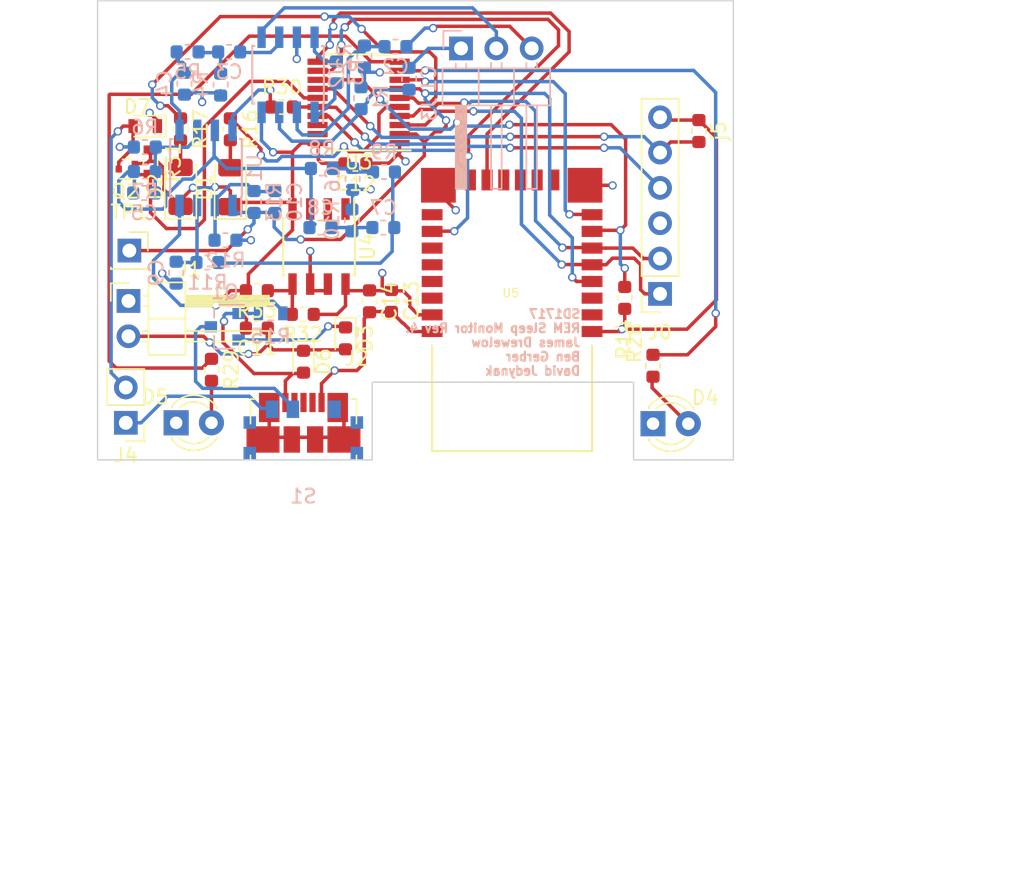
<source format=kicad_pcb>
(kicad_pcb (version 20171130) (host pcbnew 6.0.0-rc1-unknown-cd5b1c2~84~ubuntu18.04.1)
  (layers (0 F.Cu signal) (1 In1.Cu signal) (2 In2.Cu signal) (31 B.Cu signal) (34 B.Paste user) (35 F.Paste user) (36 B.SilkS user) (37 F.SilkS user) (38 B.Mask user) (39 F.Mask user) (44 Edge.Cuts user))
  (net 0 "")
  (net 1 GND)
  (net 2 RXD)
  (net 3 TXD)
  (net 4 Signal1)
  (net 5 "Net-(C1-Pad1)")
  (net 6 Signal2)
  (net 7 "Net-(C2-Pad1)")
  (net 8 "Net-(C3-Pad2)")
  (net 9 "Net-(C3-Pad1)")
  (net 10 1.5V)
  (net 11 "Net-(C4-Pad1)")
  (net 12 "Net-(C5-Pad2)")
  (net 13 "Net-(C5-Pad1)")
  (net 14 "Net-(C6-Pad1)")
  (net 15 "Net-(C7-Pad2)")
  (net 16 "Net-(C7-Pad1)")
  (net 17 "Net-(C9-Pad1)")
  (net 18 "Net-(C10-Pad2)")
  (net 19 MSP430_INPUT_1.1)
  (net 20 "Net-(D1-Pad2)")
  (net 21 "Net-(D2-Pad2)")
  (net 22 "Net-(D4-Pad2)")
  (net 23 "Net-(D5-Pad2)")
  (net 24 TEST)
  (net 25 RST)
  (net 26 Reference)
  (net 27 +5V)
  (net 28 "Net-(R3-Pad1)")
  (net 29 "Net-(R3-Pad2)")
  (net 30 LED1)
  (net 31 LED2)
  (net 32 LED3)
  (net 33 "Net-(R32-Pad2)")
  (net 34 "Net-(U3-Pad18)")
  (net 35 "Net-(U3-Pad19)")
  (net 36 +3.0V)
  (net 37 Batt)
  (net 38 "Net-(J2-Pad2)")
  (net 39 "Net-(J2-Pad4)")
  (net 40 "Net-(J2-Pad6)")
  (net 41 RESET)
  (net 42 "Net-(J2-Pad3)")
  (net 43 "Net-(D3-Pad1)")
  (net 44 "Net-(D7-Pad2)")
  (net 45 MOTOR)
  (net 46 "Net-(Q1-Pad3)")
  (net 47 "Net-(S1-Pad1)")
  (net 48 MLDP)
  (net 49 BT_WAKE)
  (net 50 CTS)
  (net 51 RTS)
  (net 52 "Net-(U5-Pad2)")
  (net 53 "Net-(U5-Pad3)")
  (net 54 "Net-(U5-Pad10)")
  (net 55 "Net-(U5-Pad11)")
  (net 56 "Net-(U5-Pad12)")
  (net 57 "Net-(U5-Pad13)")
  (net 58 "Net-(U5-Pad17)")
  (net 59 "Net-(U5-Pad19)")
  (net 60 "Net-(U5-Pad20)")
  (net 61 "Net-(U5-Pad21)")
  (net 62 "Net-(U5-Pad22)")
  (net 63 LED4)
  (module LED_THT:LED_D3.0mm (layer F.Cu) (at 158.0515 109.728)
    (fp_text reference D5 (at -1.5113 -1.8542) (layer F.SilkS))
    (fp_text value LED)
    (pad 2 thru_hole circle (at 2.54 0) (size 1.8 1.8) (drill 0.9) (layers *.Cu *.Mask) (net 23 "Net-(D5-Pad2)"))
    (pad 1 thru_hole rect (at 0 0) (size 1.8 1.8) (drill 0.9) (layers *.Cu *.Mask) (net 1 GND))
  )
  (module Resistor_SMD:R_0603_1608Metric (layer F.Cu) (at 160.5915 105.918 270)
    (fp_text reference R29 (at 0 -1.43 270) (layer F.SilkS))
    (fp_text value 6)
    (pad 2 smd roundrect (at 0.7875 0 270) (size 0.875 0.95) (layers F.Cu F.Paste F.Mask) (net 23 "Net-(D5-Pad2)"))
    (pad 1 smd roundrect (at -0.7875 0 270) (size 0.875 0.95) (layers F.Cu F.Paste F.Mask) (net 63 LED4))
  )
  (module RN4020:RN4020 (layer F.Cu) (at 187.96 92.2655 180)
    (fp_text reference U5 (at 5.842 -8.128 180) (layer F.SilkS) (effects (font (size 0.6 0.6) (thickness 0.1))))
    (fp_text value RN4020)
    (pad 16 smd rect (at 11.049 -0.381 180) (size 2.5 2.5) (layers F.Cu F.Paste F.Mask) (net 1 GND))
    (pad 9 smd rect (at 0.508 -0.381 180) (size 2.5 2.5) (layers F.Cu F.Paste F.Mask) (net 1 GND))
    (pad 24 smd rect (at 11.5 -10.9 180) (size 1.5 0.8) (layers F.Cu F.Paste F.Mask) (net 1 GND))
    (pad 23 smd rect (at 11.5 -9.7 180) (size 1.5 0.8) (layers F.Cu F.Paste F.Mask) (net 36 +3.0V))
    (pad 22 smd rect (at 11.5 -8.5 180) (size 1.5 0.8) (layers F.Cu F.Paste F.Mask) (net 62 "Net-(U5-Pad22)"))
    (pad 21 smd rect (at 11.5 -7.3 180) (size 1.5 0.8) (layers F.Cu F.Paste F.Mask) (net 61 "Net-(U5-Pad21)"))
    (pad 20 smd rect (at 11.5 -6.1 180) (size 1.5 0.8) (layers F.Cu F.Paste F.Mask) (net 60 "Net-(U5-Pad20)"))
    (pad 19 smd rect (at 11.5 -4.9 180) (size 1.5 0.8) (layers F.Cu F.Paste F.Mask) (net 59 "Net-(U5-Pad19)"))
    (pad 18 smd rect (at 11.5 -3.7 180) (size 1.5 0.8) (layers F.Cu F.Paste F.Mask) (net 51 RTS))
    (pad 17 smd rect (at 11.5 -2.5 180) (size 1.5 0.8) (layers F.Cu F.Paste F.Mask) (net 58 "Net-(U5-Pad17)"))
    (pad 15 smd rect (at 8.75 0 180) (size 0.8 1.5) (layers F.Cu F.Paste F.Mask) (net 49 BT_WAKE))
    (pad 14 smd rect (at 7.55 0 180) (size 0.8 1.5) (layers F.Cu F.Paste F.Mask) (net 50 CTS))
    (pad 13 smd rect (at 6.35 0 180) (size 0.8 1.5) (layers F.Cu F.Paste F.Mask) (net 57 "Net-(U5-Pad13)"))
    (pad 12 smd rect (at 5.15 0 180) (size 0.8 1.5) (layers F.Cu F.Paste F.Mask) (net 56 "Net-(U5-Pad12)"))
    (pad 11 smd rect (at 3.95 0 180) (size 0.8 1.5) (layers F.Cu F.Paste F.Mask) (net 55 "Net-(U5-Pad11)"))
    (pad 10 smd rect (at 2.75 0 180) (size 0.8 1.5) (layers F.Cu F.Paste F.Mask) (net 54 "Net-(U5-Pad10)"))
    (pad 8 smd rect (at 0 -2.5 180) (size 1.5 0.8) (layers F.Cu F.Paste F.Mask) (net 48 MLDP))
    (pad 7 smd rect (at 0 -3.7 180) (size 1.5 0.8) (layers F.Cu F.Paste F.Mask) (net 41 RESET))
    (pad 6 smd rect (at 0 -4.9 180) (size 1.5 0.8) (layers F.Cu F.Paste F.Mask) (net 2 RXD))
    (pad 5 smd rect (at 0 -6.1 180) (size 1.5 0.8) (layers F.Cu F.Paste F.Mask) (net 3 TXD))
    (pad 4 smd rect (at 0 -7.3 180) (size 1.5 0.8) (layers F.Cu F.Paste F.Mask) (net 19 MSP430_INPUT_1.1))
    (pad 3 smd rect (at 0 -8.5 180) (size 1.5 0.8) (layers F.Cu F.Paste F.Mask) (net 53 "Net-(U5-Pad3)"))
    (pad 2 smd rect (at 0 -9.7 180) (size 1.5 0.8) (layers F.Cu F.Paste F.Mask) (net 52 "Net-(U5-Pad2)"))
    (pad 1 smd rect (at 0 -10.9 180) (size 1.5 0.8) (layers F.Cu F.Paste F.Mask) (net 1 GND))
  )
  (module Diode_SMD:D_0603_1608Metric (layer F.Cu) (at 155.829 88.392 180)
    (fp_text reference D7 (at 0.5715 1.397) (layer F.SilkS))
    (fp_text value D)
    (pad 1 smd rect (at -0.875 0 180) (size 0.67 1) (layers F.Cu F.Paste F.Mask) (net 36 +3.0V))
    (pad 2 smd rect (at 0.875 0 180) (size 0.67 1) (layers F.Cu F.Paste F.Mask) (net 44 "Net-(D7-Pad2)"))
  )
  (module Connector_PinHeader_2.54mm:PinHeader_1x02_P2.54mm_Vertical (layer F.Cu) (at 154.432 109.728 180)
    (fp_text reference J4 (at 0 -2.33 180) (layer F.SilkS))
    (fp_text value Conn_01x02_Female)
    (pad 1 thru_hole rect (at 0 0 180) (size 1.7 1.7) (drill 1) (layers *.Cu *.Mask) (net 36 +3.0V))
    (pad 2 thru_hole oval (at 0 2.54 180) (size 1.7 1.7) (drill 1) (layers *.Cu *.Mask) (net 44 "Net-(D7-Pad2)"))
  )
  (module Package_TO_SOT_SMD:SOT-23 (layer B.Cu) (at 161.544 102.8192 180)
    (fp_text reference Q1 (at 0 2.5 180) (layer B.SilkS) (effects (justify mirror)))
    (fp_text value Q_PMOS_GSD)
    (pad 1 smd rect (at -1 0.95 180) (size 0.9 0.8) (layers B.Cu B.Paste B.Mask) (net 27 +5V))
    (pad 2 smd rect (at -1 -0.95 180) (size 0.9 0.8) (layers B.Cu B.Paste B.Mask) (net 43 "Net-(D3-Pad1)"))
    (pad 3 smd rect (at 1 0 180) (size 0.9 0.8) (layers B.Cu B.Paste B.Mask) (net 46 "Net-(Q1-Pad3)"))
  )
  (module Package_TO_SOT_SMD:SOT-723 (layer F.Cu) (at 154.499 91.4845 180)
    (fp_text reference Q2 (at 0.1 -1.6 180) (layer F.SilkS))
    (fp_text value Q_NMOS_GSD)
    (pad 1 smd rect (at -0.575 -0.4 180) (size 0.45 0.4) (layers F.Cu F.Paste F.Mask) (net 45 MOTOR))
    (pad 2 smd rect (at -0.575 0.4 180) (size 0.45 0.4) (layers F.Cu F.Paste F.Mask) (net 1 GND))
    (pad 3 smd rect (at 0.575 0 180) (size 0.45 0.5) (layers F.Cu F.Paste F.Mask) (net 44 "Net-(D7-Pad2)"))
  )
  (module Resistor_SMD:R_0603_1608Metric (layer B.Cu) (at 164.846 101.854)
    (fp_text reference R15 (at 0 1.65) (layer B.SilkS) (effects (justify mirror)))
    (fp_text value 10k)
    (pad 1 smd rect (at -0.875 0) (size 0.67 1) (layers B.Cu B.Paste B.Mask) (net 27 +5V))
    (pad 2 smd rect (at 0.875 0) (size 0.67 1) (layers B.Cu B.Paste B.Mask) (net 1 GND))
  )
  (module Resistor_SMD:R_0603_1608Metric (layer F.Cu) (at 156.21 90.9955 270)
    (fp_text reference R31 (at 0 -1.65 270) (layer F.SilkS))
    (fp_text value 10k)
    (pad 1 smd rect (at -0.875 0 270) (size 0.67 1) (layers F.Cu F.Paste F.Mask) (net 1 GND))
    (pad 2 smd rect (at 0.875 0 270) (size 0.67 1) (layers F.Cu F.Paste F.Mask) (net 45 MOTOR))
  )
  (module Connector_PinSocket_2.54mm:PinSocket_1x06_P2.54mm_Vertical (layer F.Cu) (at 192.8495 100.457 180)
    (fp_text reference J0 (at 0 -2.77 180) (layer F.SilkS))
    (fp_text value Conn_01x06_Female)
    (pad 1 thru_hole rect (at 0 0 180) (size 1.7 1.7) (drill 1) (layers *.Cu *.Mask) (net 3 TXD))
    (pad 2 thru_hole oval (at 0 2.54 180) (size 1.7 1.7) (drill 1) (layers *.Cu *.Mask) (net 2 RXD))
    (pad 3 thru_hole oval (at 0 5.08 180) (size 1.7 1.7) (drill 1) (layers *.Cu *.Mask) (net 36 +3.0V))
    (pad 4 thru_hole oval (at 0 7.62 180) (size 1.7 1.7) (drill 1) (layers *.Cu *.Mask) (net 24 TEST))
    (pad 5 thru_hole oval (at 0 10.16 180) (size 1.7 1.7) (drill 1) (layers *.Cu *.Mask) (net 25 RST))
    (pad 6 thru_hole oval (at 0 12.7 180) (size 1.7 1.7) (drill 1) (layers *.Cu *.Mask) (net 1 GND))
  )
  (module Connector_PinSocket_2.54mm:PinSocket_1x01_P2.54mm_Vertical (layer F.Cu) (at 154.686 97.3455)
    (fp_text reference TP1 (at 0 -2.77) (layer F.SilkS))
    (fp_text value TEST)
    (pad 1 thru_hole rect (at 0 0) (size 1.7 1.7) (drill 1) (layers *.Cu *.Mask) (net 19 MSP430_INPUT_1.1))
  )
  (module Capacitor_SMD:C_0603_1608Metric (layer B.Cu) (at 174.8028 84.9884 90)
    (fp_text reference C1 (at 0 1.43 90) (layer B.SilkS) (effects (justify mirror)))
    (fp_text value 1u)
    (pad 2 smd roundrect (at 0.7875 0 90) (size 0.875 0.95) (layers B.Cu B.Paste B.Mask) (net 4 Signal1))
    (pad 1 smd roundrect (at -0.7875 0 90) (size 0.875 0.95) (layers B.Cu B.Paste B.Mask) (net 5 "Net-(C1-Pad1)"))
  )
  (module Capacitor_SMD:C_0603_1608Metric (layer B.Cu) (at 173.825 82.677)
    (fp_text reference C2 (at 0 1.43) (layer B.SilkS) (effects (justify mirror)))
    (fp_text value 1u)
    (pad 1 smd roundrect (at -0.7875 0) (size 0.875 0.95) (layers B.Cu B.Paste B.Mask) (net 7 "Net-(C2-Pad1)"))
    (pad 2 smd roundrect (at 0.7875 0) (size 0.875 0.95) (layers B.Cu B.Paste B.Mask) (net 6 Signal2))
  )
  (module Capacitor_SMD:C_0603_1608Metric (layer B.Cu) (at 161.8615 83.058)
    (fp_text reference C3 (at 0 1.43) (layer B.SilkS) (effects (justify mirror)))
    (fp_text value 1u)
    (pad 2 smd roundrect (at 0.7875 0) (size 0.875 0.95) (layers B.Cu B.Paste B.Mask) (net 8 "Net-(C3-Pad2)"))
    (pad 1 smd roundrect (at -0.7875 0) (size 0.875 0.95) (layers B.Cu B.Paste B.Mask) (net 9 "Net-(C3-Pad1)"))
  )
  (module Capacitor_SMD:C_0603_1608Metric (layer B.Cu) (at 158.6484 85.344 270)
    (fp_text reference C4 (at 0 1.43 270) (layer B.SilkS) (effects (justify mirror)))
    (fp_text value 220n)
    (pad 1 smd roundrect (at -0.7875 0 270) (size 0.875 0.95) (layers B.Cu B.Paste B.Mask) (net 11 "Net-(C4-Pad1)"))
    (pad 2 smd roundrect (at 0.7875 0 270) (size 0.875 0.95) (layers B.Cu B.Paste B.Mask) (net 10 1.5V))
  )
  (module Capacitor_SMD:C_0603_1608Metric (layer B.Cu) (at 155.75 93.2)
    (fp_text reference C5 (at 0 1.43) (layer B.SilkS) (effects (justify mirror)))
    (fp_text value 220n)
    (pad 2 smd roundrect (at 0.7875 0) (size 0.875 0.95) (layers B.Cu B.Paste B.Mask) (net 12 "Net-(C5-Pad2)"))
    (pad 1 smd roundrect (at -0.7875 0) (size 0.875 0.95) (layers B.Cu B.Paste B.Mask) (net 13 "Net-(C5-Pad1)"))
  )
  (module Capacitor_SMD:C_0603_1608Metric (layer B.Cu) (at 170.74 92.19 270)
    (fp_text reference C6 (at 0 1.43 270) (layer B.SilkS) (effects (justify mirror)))
    (fp_text value 52n)
    (pad 1 smd roundrect (at -0.7875 0 270) (size 0.875 0.95) (layers B.Cu B.Paste B.Mask) (net 14 "Net-(C6-Pad1)"))
    (pad 2 smd roundrect (at 0.7875 0 270) (size 0.875 0.95) (layers B.Cu B.Paste B.Mask) (net 10 1.5V))
  )
  (module Capacitor_SMD:C_0603_1608Metric (layer B.Cu) (at 172.9487 95.69 180)
    (fp_text reference C7 (at 0 1.43 180) (layer B.SilkS) (effects (justify mirror)))
    (fp_text value 26n)
    (pad 1 smd roundrect (at -0.7875 0 180) (size 0.875 0.95) (layers B.Cu B.Paste B.Mask) (net 16 "Net-(C7-Pad1)"))
    (pad 2 smd roundrect (at 0.7875 0 180) (size 0.875 0.95) (layers B.Cu B.Paste B.Mask) (net 15 "Net-(C7-Pad2)"))
  )
  (module Capacitor_SMD:C_0603_1608Metric (layer B.Cu) (at 168.4273 95.69 180)
    (fp_text reference C8 (at 0 1.43 180) (layer B.SilkS) (effects (justify mirror)))
    (fp_text value 26n)
    (pad 2 smd roundrect (at 0.7875 0 180) (size 0.875 0.95) (layers B.Cu B.Paste B.Mask) (net 13 "Net-(C5-Pad1)"))
    (pad 1 smd roundrect (at -0.7875 0 180) (size 0.875 0.95) (layers B.Cu B.Paste B.Mask) (net 15 "Net-(C7-Pad2)"))
  )
  (module Capacitor_SMD:C_0603_1608Metric (layer B.Cu) (at 158.0515 98.933 270)
    (fp_text reference C9 (at 0 1.43 270) (layer B.SilkS) (effects (justify mirror)))
    (fp_text value 220n)
    (pad 2 smd roundrect (at 0.7875 0 270) (size 0.875 0.95) (layers B.Cu B.Paste B.Mask) (net 10 1.5V))
    (pad 1 smd roundrect (at -0.7875 0 270) (size 0.875 0.95) (layers B.Cu B.Paste B.Mask) (net 17 "Net-(C9-Pad1)"))
  )
  (module Capacitor_SMD:C_0603_1608Metric (layer B.Cu) (at 165.1508 93.8529 90)
    (fp_text reference C10 (at 0 1.43 90) (layer B.SilkS) (effects (justify mirror)))
    (fp_text value 220n)
    (pad 2 smd roundrect (at 0.7875 0 90) (size 0.875 0.95) (layers B.Cu B.Paste B.Mask) (net 18 "Net-(C10-Pad2)"))
    (pad 1 smd roundrect (at -0.7875 0 90) (size 0.875 0.95) (layers B.Cu B.Paste B.Mask) (net 19 MSP430_INPUT_1.1))
  )
  (module Capacitor_SMD:C_0603_1608Metric (layer F.Cu) (at 163.8554 102.9208 180)
    (fp_text reference C11 (at 0 -1.43 180) (layer F.SilkS))
    (fp_text value 220n)
    (pad 2 smd roundrect (at 0.7875 0 180) (size 0.875 0.95) (layers F.Cu F.Paste F.Mask) (net 1 GND))
    (pad 1 smd roundrect (at -0.7875 0 180) (size 0.875 0.95) (layers F.Cu F.Paste F.Mask) (net 37 Batt))
  )
  (module Capacitor_SMD:C_0603_1608Metric (layer F.Cu) (at 170.942 91.1098 180)
    (fp_text reference C12 (at 0 -1.43 180) (layer F.SilkS))
    (fp_text value 220n)
    (pad 1 smd roundrect (at -0.7875 0 180) (size 0.875 0.95) (layers F.Cu F.Paste F.Mask) (net 36 +3.0V))
    (pad 2 smd roundrect (at 0.7875 0 180) (size 0.875 0.95) (layers F.Cu F.Paste F.Mask) (net 1 GND))
  )
  (module Capacitor_SMD:C_0603_1608Metric (layer F.Cu) (at 173.5328 100.965 270)
    (fp_text reference C13 (at 0 -1.43 270) (layer F.SilkS))
    (fp_text value 100nF)
    (pad 2 smd roundrect (at 0.7875 0 270) (size 0.875 0.95) (layers F.Cu F.Paste F.Mask) (net 1 GND))
    (pad 1 smd roundrect (at -0.7875 0 270) (size 0.875 0.95) (layers F.Cu F.Paste F.Mask) (net 36 +3.0V))
  )
  (module Capacitor_SMD:C_0603_1608Metric (layer F.Cu) (at 171.958 100.9904 270)
    (fp_text reference C14 (at 0 -1.43 270) (layer F.SilkS))
    (fp_text value 4.7uF)
    (pad 1 smd roundrect (at -0.7875 0 270) (size 0.875 0.95) (layers F.Cu F.Paste F.Mask) (net 36 +3.0V))
    (pad 2 smd roundrect (at 0.7875 0 270) (size 0.875 0.95) (layers F.Cu F.Paste F.Mask) (net 1 GND))
  )
  (module LED_SMD:LED_1206_3216Metric (layer F.Cu) (at 161.9504 92.7862 90)
    (fp_text reference D1 (at 0 -1.82 90) (layer F.SilkS))
    (fp_text value LED)
    (pad 2 smd roundrect (at 1.4 0 90) (size 1.25 1.75) (layers F.Cu F.Paste F.Mask) (roundrect_rratio 0.2) (net 20 "Net-(D1-Pad2)"))
    (pad 1 smd roundrect (at -1.4 0 90) (size 1.25 1.75) (layers F.Cu F.Paste F.Mask) (roundrect_rratio 0.2) (net 1 GND))
  )
  (module LED_SMD:LED_1206_3216Metric (layer F.Cu) (at 158.369 92.7608 90)
    (fp_text reference D2 (at 0 -1.82 90) (layer F.SilkS))
    (fp_text value LED)
    (pad 2 smd roundrect (at 1.4 0 90) (size 1.25 1.75) (layers F.Cu F.Paste F.Mask) (roundrect_rratio 0.2) (net 21 "Net-(D2-Pad2)"))
    (pad 1 smd roundrect (at -1.4 0 90) (size 1.25 1.75) (layers F.Cu F.Paste F.Mask) (roundrect_rratio 0.2) (net 1 GND))
  )
  (module Diode_SMD:D_0603_1608Metric (layer F.Cu) (at 170.2308 103.6574 270)
    (fp_text reference D3 (at 0 -1.43 270) (layer F.SilkS))
    (fp_text value D)
    (pad 1 smd roundrect (at -0.7875 0 270) (size 0.875 0.95) (layers F.Cu F.Paste F.Mask) (net 43 "Net-(D3-Pad1)"))
    (pad 2 smd roundrect (at 0.7875 0 270) (size 0.875 0.95) (layers F.Cu F.Paste F.Mask) (net 37 Batt))
  )
  (module LED_THT:LED_D3.0mm (layer F.Cu) (at 192.3415 109.7915)
    (fp_text reference D4 (at 3.7465 -1.8669) (layer F.SilkS))
    (fp_text value LED)
    (pad 2 thru_hole circle (at 2.54 0) (size 1.8 1.8) (drill 0.9) (layers *.Cu *.Mask) (net 22 "Net-(D4-Pad2)"))
    (pad 1 thru_hole rect (at 0 0) (size 1.8 1.8) (drill 0.9) (layers *.Cu *.Mask) (net 1 GND))
  )
  (module Diode_SMD:D_0603_1608Metric (layer F.Cu) (at 167.2082 105.3338 270)
    (fp_text reference D6 (at 0 -1.43 270) (layer F.SilkS))
    (fp_text value D)
    (pad 2 smd roundrect (at 0.7875 0 270) (size 0.875 0.95) (layers F.Cu F.Paste F.Mask) (net 27 +5V))
    (pad 1 smd roundrect (at -0.7875 0 270) (size 0.875 0.95) (layers F.Cu F.Paste F.Mask) (net 37 Batt))
  )
  (module Connector_USB:USB_Micro-B_Molex_47346-0001 (layer F.Cu) (at 167.2082 109.728)
    (fp_text reference J2 (at 3.8354 -4.6228 180) (layer F.SilkS))
    (fp_text value USB_OTG)
    (pad 1 smd rect (at -1.3 -1.46) (size 0.45 1.38) (layers F.Cu F.Paste F.Mask) (net 27 +5V))
    (pad 2 smd rect (at -0.65 -1.46) (size 0.45 1.38) (layers F.Cu F.Paste F.Mask) (net 38 "Net-(J2-Pad2)"))
    (pad 3 smd rect (at 0 -1.46) (size 0.45 1.38) (layers F.Cu F.Paste F.Mask) (net 42 "Net-(J2-Pad3)"))
    (pad 4 smd rect (at 0.65 -1.46) (size 0.45 1.38) (layers F.Cu F.Paste F.Mask) (net 39 "Net-(J2-Pad4)"))
    (pad 5 smd rect (at 1.3 -1.46) (size 0.45 1.38) (layers F.Cu F.Paste F.Mask) (net 1 GND))
    (pad 6 smd rect (at -2.4625 -1.1) (size 1.475 2.1) (layers F.Cu F.Paste F.Mask) (net 40 "Net-(J2-Pad6)"))
    (pad 6 smd rect (at 2.4625 -1.1) (size 1.475 2.1) (layers F.Cu F.Paste F.Mask) (net 40 "Net-(J2-Pad6)"))
    (pad 6 smd rect (at -2.91 1.2) (size 2.375 1.9) (layers F.Cu F.Paste F.Mask) (net 40 "Net-(J2-Pad6)"))
    (pad 6 smd rect (at 2.91 1.2) (size 2.375 1.9) (layers F.Cu F.Paste F.Mask) (net 40 "Net-(J2-Pad6)"))
    (pad 6 smd rect (at -0.84 1.2) (size 1.175 1.9) (layers F.Cu F.Paste F.Mask) (net 40 "Net-(J2-Pad6)"))
    (pad 6 smd rect (at 0.84 1.2) (size 1.175 1.9) (layers F.Cu F.Paste F.Mask) (net 40 "Net-(J2-Pad6)"))
  )
  (module Connector_PinHeader_2.54mm:PinHeader_1x03_P2.54mm_Horizontal (layer B.Cu) (at 178.5366 82.804 270)
    (fp_text reference J3 (at 4.385 2.27 270) (layer B.SilkS) (effects (justify mirror)))
    (fp_text value Conn_01x03)
    (pad 1 thru_hole rect (at 0 0 270) (size 1.7 1.7) (drill 1) (layers *.Cu *.Mask) (net 4 Signal1))
    (pad 2 thru_hole oval (at 0 -2.54 270) (size 1.7 1.7) (drill 1) (layers *.Cu *.Mask) (net 26 Reference))
    (pad 3 thru_hole oval (at 0 -5.08 270) (size 1.7 1.7) (drill 1) (layers *.Cu *.Mask) (net 6 Signal2))
  )
  (module Resistor_SMD:R_0603_1608Metric (layer B.Cu) (at 171.3484 86.3855 90)
    (fp_text reference R1 (at 0 1.43 90) (layer B.SilkS) (effects (justify mirror)))
    (fp_text value 1M)
    (pad 2 smd roundrect (at 0.7875 0 90) (size 0.875 0.95) (layers B.Cu B.Paste B.Mask) (net 10 1.5V))
    (pad 1 smd roundrect (at -0.7875 0 90) (size 0.875 0.95) (layers B.Cu B.Paste B.Mask) (net 5 "Net-(C1-Pad1)"))
  )
  (module Resistor_SMD:R_0603_1608Metric (layer B.Cu) (at 171.59 83.3881 270)
    (fp_text reference R2 (at 0 1.43 270) (layer B.SilkS) (effects (justify mirror)))
    (fp_text value 1M)
    (pad 1 smd roundrect (at -0.7875 0 270) (size 0.875 0.95) (layers B.Cu B.Paste B.Mask) (net 7 "Net-(C2-Pad1)"))
    (pad 2 smd roundrect (at 0.7875 0 270) (size 0.875 0.95) (layers B.Cu B.Paste B.Mask) (net 10 1.5V))
  )
  (module Resistor_SMD:R_0603_1608Metric (layer B.Cu) (at 169.5704 84.53 90)
    (fp_text reference R3 (at 0 1.43 90) (layer B.SilkS) (effects (justify mirror)))
    (fp_text value 675)
    (pad 2 smd roundrect (at 0.7875 0 90) (size 0.875 0.95) (layers B.Cu B.Paste B.Mask) (net 29 "Net-(R3-Pad2)"))
    (pad 1 smd roundrect (at -0.7875 0 90) (size 0.875 0.95) (layers B.Cu B.Paste B.Mask) (net 28 "Net-(R3-Pad1)"))
  )
  (module Resistor_SMD:R_0603_1608Metric (layer B.Cu) (at 161.25 85.4075 270)
    (fp_text reference R4 (at 0 1.43 270) (layer B.SilkS) (effects (justify mirror)))
    (fp_text value 200k)
    (pad 1 smd roundrect (at -0.7875 0 270) (size 0.875 0.95) (layers B.Cu B.Paste B.Mask) (net 9 "Net-(C3-Pad1)"))
    (pad 2 smd roundrect (at 0.7875 0 270) (size 0.875 0.95) (layers B.Cu B.Paste B.Mask) (net 10 1.5V))
  )
  (module Resistor_SMD:R_0603_1608Metric (layer B.Cu) (at 158.877 83.058)
    (fp_text reference R5 (at 0 1.43) (layer B.SilkS) (effects (justify mirror)))
    (fp_text value 21k)
    (pad 1 smd roundrect (at -0.7875 0) (size 0.875 0.95) (layers B.Cu B.Paste B.Mask) (net 11 "Net-(C4-Pad1)"))
    (pad 2 smd roundrect (at 0.7875 0) (size 0.875 0.95) (layers B.Cu B.Paste B.Mask) (net 9 "Net-(C3-Pad1)"))
  )
  (module Resistor_SMD:R_0603_1608Metric (layer B.Cu) (at 155.8 89.9 180)
    (fp_text reference R6 (at 0 1.43 180) (layer B.SilkS) (effects (justify mirror)))
    (fp_text value 2.3k)
    (pad 2 smd roundrect (at 0.7875 0 180) (size 0.875 0.95) (layers B.Cu B.Paste B.Mask) (net 10 1.5V))
    (pad 1 smd roundrect (at -0.7875 0 180) (size 0.875 0.95) (layers B.Cu B.Paste B.Mask) (net 12 "Net-(C5-Pad2)"))
  )
  (module Resistor_SMD:R_0603_1608Metric (layer B.Cu) (at 155.8 91.65)
    (fp_text reference R7 (at 0 1.43) (layer B.SilkS) (effects (justify mirror)))
    (fp_text value 21k)
    (pad 1 smd roundrect (at -0.7875 0) (size 0.875 0.95) (layers B.Cu B.Paste B.Mask) (net 13 "Net-(C5-Pad1)"))
    (pad 2 smd roundrect (at 0.7875 0) (size 0.875 0.95) (layers B.Cu B.Paste B.Mask) (net 12 "Net-(C5-Pad2)"))
  )
  (module Resistor_SMD:R_0603_1608Metric (layer B.Cu) (at 168.5291 91.44 180)
    (fp_text reference R8 (at 0 1.43 180) (layer B.SilkS) (effects (justify mirror)))
    (fp_text value 102k)
    (pad 1 smd roundrect (at -0.7875 0 180) (size 0.875 0.95) (layers B.Cu B.Paste B.Mask) (net 14 "Net-(C6-Pad1)"))
    (pad 2 smd roundrect (at 0.7875 0 180) (size 0.875 0.95) (layers B.Cu B.Paste B.Mask) (net 13 "Net-(C5-Pad1)"))
  )
  (module Resistor_SMD:R_0603_1608Metric (layer B.Cu) (at 172.9993 91.694 180)
    (fp_text reference R9 (at 0 1.43 180) (layer B.SilkS) (effects (justify mirror)))
    (fp_text value 102k)
    (pad 2 smd roundrect (at 0.7875 0 180) (size 0.875 0.95) (layers B.Cu B.Paste B.Mask) (net 14 "Net-(C6-Pad1)"))
    (pad 1 smd roundrect (at -0.7875 0 180) (size 0.875 0.95) (layers B.Cu B.Paste B.Mask) (net 16 "Net-(C7-Pad1)"))
  )
  (module Resistor_SMD:R_0603_1608Metric (layer B.Cu) (at 170.688 95.1737 270)
    (fp_text reference R10 (at 0 1.43 270) (layer B.SilkS) (effects (justify mirror)))
    (fp_text value 51k)
    (pad 1 smd roundrect (at -0.7875 0 270) (size 0.875 0.95) (layers B.Cu B.Paste B.Mask) (net 10 1.5V))
    (pad 2 smd roundrect (at 0.7875 0 270) (size 0.875 0.95) (layers B.Cu B.Paste B.Mask) (net 15 "Net-(C7-Pad2)"))
  )
  (module Resistor_SMD:R_0603_1608Metric (layer B.Cu) (at 160.3 98.2)
    (fp_text reference R11 (at 0 1.43) (layer B.SilkS) (effects (justify mirror)))
    (fp_text value 21k)
    (pad 2 smd roundrect (at 0.7875 0) (size 0.875 0.95) (layers B.Cu B.Paste B.Mask) (net 16 "Net-(C7-Pad1)"))
    (pad 1 smd roundrect (at -0.7875 0) (size 0.875 0.95) (layers B.Cu B.Paste B.Mask) (net 17 "Net-(C9-Pad1)"))
  )
  (module Resistor_SMD:R_0603_1608Metric (layer B.Cu) (at 161.6 96.6)
    (fp_text reference R12 (at 0 1.43) (layer B.SilkS) (effects (justify mirror)))
    (fp_text value R_Variable)
    (pad 1 smd roundrect (at -0.7875 0) (size 0.875 0.95) (layers B.Cu B.Paste B.Mask) (net 18 "Net-(C10-Pad2)"))
    (pad 2 smd roundrect (at 0.7875 0) (size 0.875 0.95) (layers B.Cu B.Paste B.Mask) (net 10 1.5V))
  )
  (module Resistor_SMD:R_0603_1608Metric (layer B.Cu) (at 163.65 93.85 90)
    (fp_text reference R13 (at 0 1.43 90) (layer B.SilkS) (effects (justify mirror)))
    (fp_text value 21k)
    (pad 1 smd roundrect (at -0.7875 0 90) (size 0.875 0.95) (layers B.Cu B.Paste B.Mask) (net 19 MSP430_INPUT_1.1))
    (pad 2 smd roundrect (at 0.7875 0 90) (size 0.875 0.95) (layers B.Cu B.Paste B.Mask) (net 18 "Net-(C10-Pad2)"))
  )
  (module Resistor_SMD:R_0603_1608Metric (layer F.Cu) (at 190.3095 100.749 270)
    (fp_text reference R14 (at 2.9845 0.0635 270) (layer F.SilkS))
    (fp_text value 10k)
    (pad 1 smd roundrect (at -0.7875 0 270) (size 0.875 0.95) (layers F.Cu F.Paste F.Mask) (net 41 RESET))
    (pad 2 smd roundrect (at 0.7875 0 270) (size 0.875 0.95) (layers F.Cu F.Paste F.Mask) (net 1 GND))
  )
  (module Resistor_SMD:R_0603_1608Metric (layer F.Cu) (at 161.9504 88.6206 270)
    (fp_text reference R16 (at 0 -1.43 270) (layer F.SilkS))
    (fp_text value 500)
    (pad 1 smd roundrect (at -0.7875 0 270) (size 0.875 0.95) (layers F.Cu F.Paste F.Mask) (net 30 LED1))
    (pad 2 smd roundrect (at 0.7875 0 270) (size 0.875 0.95) (layers F.Cu F.Paste F.Mask) (net 20 "Net-(D1-Pad2)"))
  )
  (module Resistor_SMD:R_0603_1608Metric (layer F.Cu) (at 158.369 88.6206 270)
    (fp_text reference R17 (at 0 -1.43 270) (layer F.SilkS))
    (fp_text value 500)
    (pad 2 smd roundrect (at 0.7875 0 270) (size 0.875 0.95) (layers F.Cu F.Paste F.Mask) (net 21 "Net-(D2-Pad2)"))
    (pad 1 smd roundrect (at -0.7875 0 270) (size 0.875 0.95) (layers F.Cu F.Paste F.Mask) (net 31 LED2))
  )
  (module Resistor_SMD:R_0603_1608Metric (layer F.Cu) (at 192.3415 105.626 90)
    (fp_text reference R28 (at 1.6383 -1.3335 270) (layer F.SilkS))
    (fp_text value 6)
    (pad 1 smd roundrect (at -0.7875 0 90) (size 0.875 0.95) (layers F.Cu F.Paste F.Mask) (net 22 "Net-(D4-Pad2)"))
    (pad 2 smd roundrect (at 0.7875 0 90) (size 0.875 0.95) (layers F.Cu F.Paste F.Mask) (net 32 LED3))
  )
  (module Resistor_SMD:R_0603_1608Metric (layer F.Cu) (at 165.6588 87.0204)
    (fp_text reference R30 (at 0 -1.43) (layer F.SilkS))
    (fp_text value 47k)
    (pad 2 smd roundrect (at 0.7875 0) (size 0.875 0.95) (layers F.Cu F.Paste F.Mask) (net 25 RST))
    (pad 1 smd roundrect (at -0.7875 0) (size 0.875 0.95) (layers F.Cu F.Paste F.Mask) (net 36 +3.0V))
  )
  (module Resistor_SMD:R_0603_1608Metric (layer F.Cu) (at 167.1574 101.9302 180)
    (fp_text reference R32 (at 0 -1.43 180) (layer F.SilkS))
    (fp_text value 100k)
    (pad 2 smd roundrect (at 0.7875 0 180) (size 0.875 0.95) (layers F.Cu F.Paste F.Mask) (net 33 "Net-(R32-Pad2)"))
    (pad 1 smd roundrect (at -0.7875 0 180) (size 0.875 0.95) (layers F.Cu F.Paste F.Mask) (net 36 +3.0V))
  )
  (module Resistor_SMD:R_0603_1608Metric (layer F.Cu) (at 163.8554 100.2284 180)
    (fp_text reference R33 (at 0 -1.43 180) (layer F.SilkS))
    (fp_text value 100k)
    (pad 2 smd roundrect (at 0.7875 0 180) (size 0.875 0.95) (layers F.Cu F.Paste F.Mask) (net 1 GND))
    (pad 1 smd roundrect (at -0.7875 0 180) (size 0.875 0.95) (layers F.Cu F.Paste F.Mask) (net 33 "Net-(R32-Pad2)"))
  )
  (module Package_SO:SOIC-8_3.9x4.9mm_P1.27mm (layer B.Cu) (at 160.2 91.4 90)
    (fp_text reference U1 (at 0 3.5 90) (layer B.SilkS) (effects (justify mirror)))
    (fp_text value MCP602)
    (pad 1 smd rect (at -2.7 1.905 90) (size 1.55 0.6) (layers B.Cu B.Paste B.Mask) (net 19 MSP430_INPUT_1.1))
    (pad 2 smd rect (at -2.7 0.635 90) (size 1.55 0.6) (layers B.Cu B.Paste B.Mask) (net 18 "Net-(C10-Pad2)"))
    (pad 3 smd rect (at -2.7 -0.635 90) (size 1.55 0.6) (layers B.Cu B.Paste B.Mask) (net 17 "Net-(C9-Pad1)"))
    (pad 4 smd rect (at -2.7 -1.905 90) (size 1.55 0.6) (layers B.Cu B.Paste B.Mask) (net 1 GND))
    (pad 5 smd rect (at 2.7 -1.905 90) (size 1.55 0.6) (layers B.Cu B.Paste B.Mask) (net 11 "Net-(C4-Pad1)"))
    (pad 6 smd rect (at 2.7 -0.635 90) (size 1.55 0.6) (layers B.Cu B.Paste B.Mask) (net 12 "Net-(C5-Pad2)"))
    (pad 7 smd rect (at 2.7 0.635 90) (size 1.55 0.6) (layers B.Cu B.Paste B.Mask) (net 13 "Net-(C5-Pad1)"))
    (pad 8 smd rect (at 2.7 1.905 90) (size 1.55 0.6) (layers B.Cu B.Paste B.Mask) (net 36 +3.0V))
  )
  (module Package_SO:SOIC-8_3.9x4.9mm_P1.27mm (layer B.Cu) (at 166.1 84.7 90)
    (fp_text reference U2 (at 0 3.5 90) (layer B.SilkS) (effects (justify mirror)))
    (fp_text value INA128)
    (pad 1 smd rect (at -2.7 1.905 90) (size 1.55 0.6) (layers B.Cu B.Paste B.Mask) (net 28 "Net-(R3-Pad1)"))
    (pad 2 smd rect (at -2.7 0.635 90) (size 1.55 0.6) (layers B.Cu B.Paste B.Mask) (net 7 "Net-(C2-Pad1)"))
    (pad 3 smd rect (at -2.7 -0.635 90) (size 1.55 0.6) (layers B.Cu B.Paste B.Mask) (net 5 "Net-(C1-Pad1)"))
    (pad 4 smd rect (at -2.7 -1.905 90) (size 1.55 0.6) (layers B.Cu B.Paste B.Mask) (net 1 GND))
    (pad 5 smd rect (at 2.7 -1.905 90) (size 1.55 0.6) (layers B.Cu B.Paste B.Mask) (net 26 Reference))
    (pad 6 smd rect (at 2.7 -0.635 90) (size 1.55 0.6) (layers B.Cu B.Paste B.Mask) (net 8 "Net-(C3-Pad2)"))
    (pad 7 smd rect (at 2.7 0.635 90) (size 1.55 0.6) (layers B.Cu B.Paste B.Mask) (net 36 +3.0V))
    (pad 8 smd rect (at 2.7 1.905 90) (size 1.55 0.6) (layers B.Cu B.Paste B.Mask) (net 29 "Net-(R3-Pad2)"))
  )
  (module Package_SO:TSSOP-20_4.4x6.5mm_P0.65mm (layer F.Cu) (at 171.1706 86.6902 180)
    (fp_text reference U3 (at 0 -4.3 180) (layer F.SilkS))
    (fp_text value MSP430G2553_PW20)
    (pad 1 smd rect (at -2.95 -2.925 180) (size 1.45 0.45) (layers F.Cu F.Paste F.Mask) (net 36 +3.0V))
    (pad 2 smd rect (at -2.95 -2.275 180) (size 1.45 0.45) (layers F.Cu F.Paste F.Mask) (net 19 MSP430_INPUT_1.1))
    (pad 3 smd rect (at -2.95 -1.625 180) (size 1.45 0.45) (layers F.Cu F.Paste F.Mask) (net 3 TXD))
    (pad 4 smd rect (at -2.95 -0.975 180) (size 1.45 0.45) (layers F.Cu F.Paste F.Mask) (net 2 RXD))
    (pad 5 smd rect (at -2.95 -0.325 180) (size 1.45 0.45) (layers F.Cu F.Paste F.Mask) (net 30 LED1))
    (pad 6 smd rect (at -2.95 0.325 180) (size 1.45 0.45) (layers F.Cu F.Paste F.Mask) (net 31 LED2))
    (pad 7 smd rect (at -2.95 0.975 180) (size 1.45 0.45) (layers F.Cu F.Paste F.Mask) (net 19 MSP430_INPUT_1.1))
    (pad 8 smd rect (at -2.95 1.625 180) (size 1.45 0.45) (layers F.Cu F.Paste F.Mask) (net 48 MLDP))
    (pad 9 smd rect (at -2.95 2.275 180) (size 1.45 0.45) (layers F.Cu F.Paste F.Mask) (net 32 LED3))
    (pad 10 smd rect (at -2.95 2.925 180) (size 1.45 0.45) (layers F.Cu F.Paste F.Mask) (net 63 LED4))
    (pad 11 smd rect (at 2.95 2.925 180) (size 1.45 0.45) (layers F.Cu F.Paste F.Mask) (net 50 CTS))
    (pad 12 smd rect (at 2.95 2.275 180) (size 1.45 0.45) (layers F.Cu F.Paste F.Mask) (net 51 RTS))
    (pad 13 smd rect (at 2.95 1.625 180) (size 1.45 0.45) (layers F.Cu F.Paste F.Mask) (net 49 BT_WAKE))
    (pad 14 smd rect (at 2.95 0.975 180) (size 1.45 0.45) (layers F.Cu F.Paste F.Mask) (net 41 RESET))
    (pad 15 smd rect (at 2.95 0.325 180) (size 1.45 0.45) (layers F.Cu F.Paste F.Mask) (net 45 MOTOR))
    (pad 16 smd rect (at 2.95 -0.325 180) (size 1.45 0.45) (layers F.Cu F.Paste F.Mask) (net 25 RST))
    (pad 17 smd rect (at 2.95 -0.975 180) (size 1.45 0.45) (layers F.Cu F.Paste F.Mask) (net 24 TEST))
    (pad 18 smd rect (at 2.95 -1.625 180) (size 1.45 0.45) (layers F.Cu F.Paste F.Mask) (net 34 "Net-(U3-Pad18)"))
    (pad 19 smd rect (at 2.95 -2.275 180) (size 1.45 0.45) (layers F.Cu F.Paste F.Mask) (net 35 "Net-(U3-Pad19)"))
    (pad 20 smd rect (at 2.95 -2.925 180) (size 1.45 0.45) (layers F.Cu F.Paste F.Mask) (net 1 GND))
  )
  (module Package_SO:SOIC-8_3.9x4.9mm_P1.27mm (layer F.Cu) (at 168.3258 97.0534 270)
    (fp_text reference U4 (at 0 -3.5 270) (layer F.SilkS))
    (fp_text value MCP602)
    (pad 8 smd rect (at 2.7 -1.905 270) (size 1.55 0.6) (layers F.Cu F.Paste F.Mask) (net 36 +3.0V))
    (pad 7 smd rect (at 2.7 -0.635 270) (size 1.55 0.6) (layers F.Cu F.Paste F.Mask) (net 10 1.5V))
    (pad 6 smd rect (at 2.7 0.635 270) (size 1.55 0.6) (layers F.Cu F.Paste F.Mask) (net 10 1.5V))
    (pad 5 smd rect (at 2.7 1.905 270) (size 1.55 0.6) (layers F.Cu F.Paste F.Mask) (net 33 "Net-(R32-Pad2)"))
    (pad 4 smd rect (at -2.7 1.905 270) (size 1.55 0.6) (layers F.Cu F.Paste F.Mask) (net 1 GND))
    (pad 3 smd rect (at -2.7 0.635 270) (size 1.55 0.6) (layers F.Cu F.Paste F.Mask))
    (pad 2 smd rect (at -2.7 -0.635 270) (size 1.55 0.6) (layers F.Cu F.Paste F.Mask))
    (pad 1 smd rect (at -2.7 -1.905 270) (size 1.55 0.6) (layers F.Cu F.Paste F.Mask))
  )
  (module Resistor_SMD:R_0603_1608Metric (layer F.Cu) (at 195.6435 88.7475 270)
    (fp_text reference j5 (at 0 -1.43 270) (layer F.SilkS))
    (fp_text value Conn_01x02_Female)
    (pad 1 smd roundrect (at -0.7875 0 270) (size 0.875 0.95) (layers F.Cu F.Paste F.Mask) (net 1 GND))
    (pad 2 smd roundrect (at 0.7875 0 270) (size 0.875 0.95) (layers F.Cu F.Paste F.Mask) (net 25 RST))
  )
  (module Connector_PinHeader_2.54mm:PinHeader_1x02_P2.54mm_Horizontal (layer F.Cu) (at 154.6225 100.965)
    (fp_text reference J1 (at 4.385 -2.27) (layer F.SilkS))
    (fp_text value Batt_Connector)
    (pad 1 thru_hole rect (at 0 0) (size 1.7 1.7) (drill 1) (layers *.Cu *.Mask) (net 1 GND))
    (pad 2 thru_hole oval (at 0 2.54) (size 1.7 1.7) (drill 1) (layers *.Cu *.Mask) (net 37 Batt))
  )
  (module KPS-1290:sw_slide_7x3 (layer B.Cu) (at 167.1955 110.8075 180)
    (fp_text reference S1 (at 0 -4.2 180) (layer B.SilkS) (effects (justify mirror)))
    (fp_text value sw_slide_7x3)
    (pad 1 smd rect (at -2.25 2.05 180) (size 0.9 1.25) (layers B.Cu B.Paste B.Mask) (net 47 "Net-(S1-Pad1)"))
    (pad 2 smd rect (at 0.75 2.05 180) (size 0.9 1.25) (layers B.Cu B.Paste B.Mask) (net 46 "Net-(Q1-Pad3)"))
    (pad 3 smd rect (at 2.25 2.05 180) (size 0.9 1.25) (layers B.Cu B.Paste B.Mask) (net 36 +3.0V))
    (pad 4 smd rect (at -3.85 1.1 180) (size 0.9 0.9) (layers B.Cu B.Paste B.Mask))
    (pad 4 smd rect (at -3.85 -1.1 180) (size 0.9 0.9) (layers B.Cu B.Paste B.Mask))
    (pad 4 smd rect (at 3.85 1.1 180) (size 0.9 0.9) (layers B.Cu B.Paste B.Mask))
    (pad 4 smd rect (at 3.85 -1.1 180) (size 0.9 0.9) (layers B.Cu B.Paste B.Mask))
  )
  (gr_line (start 172.1485 112.395) (end 152.4 112.395) (layer Edge.Cuts) (width 0.1))
  (gr_line (start 172.1485 106.807) (end 172.1485 112.395) (layer Edge.Cuts) (width 0.1))
  (gr_line (start 190.9445 106.807) (end 172.1485 106.807) (layer Edge.Cuts) (width 0.1))
  (gr_line (start 190.9445 112.395) (end 190.9445 106.807) (layer Edge.Cuts) (width 0.1))
  (gr_line (start 198.12 112.395) (end 190.9445 112.395) (layer Edge.Cuts) (width 0.1))
  (gr_text "SD1717\nREM Sleep Monitor Rev 4.\nJames Drewelow\nBen Gerber\nDavid Jedynak\n" (at 187.198 103.9495) (layer B.SilkS) (effects (font (size 0.635 0.635) (thickness 0.15875)) (justify left mirror)))
  (gr_line (start 152.4 79.375) (end 153.035 79.375) (angle 90) (layer Edge.Cuts) (width 0.1))
  (gr_line (start 152.4 112.395) (end 152.4 79.375) (angle 90) (layer Edge.Cuts) (width 0.1))
  (gr_line (start 198.12 79.375) (end 198.12 112.395) (angle 90) (layer Edge.Cuts) (width 0.1))
  (gr_line (start 153.035 79.375) (end 198.12 79.375) (angle 90) (layer Edge.Cuts) (width 0.1))
  (segment (start 164.195 87.875) (end 164.1856 87.8844) (width 0.25) (layer B.Cu) (net 1))
  (segment (start 164.1856 87.8844) (end 164.1856 89.4334) (width 0.25) (layer B.Cu) (net 1))
  (segment (start 164.1856 89.4334) (end 165.0238 90.2716) (width 0.25) (layer B.Cu) (net 1))
  (via (at 165.0238 90.2716) (size 0.6) (drill 0.4) (layers F.Cu B.Cu) (net 1))
  (segment (start 165.0238 90.2716) (end 166.3954 90.2716) (width 0.25) (layer F.Cu) (net 1))
  (segment (start 166.3954 90.2716) (end 166.4208 90.2462) (width 0.25) (layer F.Cu) (net 1))
  (segment (start 161.9504 94.4362) (end 162.5082 93.8784) (width 0.25) (layer F.Cu) (net 1))
  (segment (start 162.5082 93.8784) (end 166.4208 93.8784) (width 0.25) (layer F.Cu) (net 1))
  (segment (start 166.4208 93.8784) (end 166.4208 95.8596) (width 0.25) (layer F.Cu) (net 1))
  (segment (start 163.2458 99.0346) (end 163.2458 100.088) (width 0.25) (layer F.Cu) (net 1))
  (segment (start 166.4208 95.8596) (end 163.2458 99.0346) (width 0.25) (layer F.Cu) (net 1))
  (segment (start 163.2458 100.088) (end 163.1054 100.2284) (width 0.25) (layer F.Cu) (net 1))
  (segment (start 166.4208 93.8784) (end 166.4208 92.8624) (width 0.25) (layer F.Cu) (net 1))
  (segment (start 167.0558 89.6112) (end 168.2166 89.6112) (width 0.25) (layer F.Cu) (net 1))
  (segment (start 166.4208 90.2462) (end 167.0558 89.6112) (width 0.25) (layer F.Cu) (net 1))
  (segment (start 166.4208 92.8624) (end 166.4208 90.2462) (width 0.25) (layer F.Cu) (net 1))
  (segment (start 168.2166 89.6112) (end 168.2206 89.6152) (width 0.25) (layer F.Cu) (net 1))
  (segment (start 172.8724 101.7404) (end 172.859 101.727) (width 0.25) (layer F.Cu) (net 1))
  (segment (start 172.859 101.727) (end 172.085 101.727) (width 0.25) (layer F.Cu) (net 1))
  (segment (start 168.5036 106.9086) (end 169.4434 105.9688) (width 0.25) (layer F.Cu) (net 1))
  (via (at 169.4434 105.9688) (size 0.6) (drill 0.4) (layers F.Cu B.Cu) (net 1))
  (segment (start 168.5036 108.1048) (end 168.5036 106.9086) (width 0.25) (layer F.Cu) (net 1))
  (segment (start 171.0436 105.9688) (end 169.4434 105.9688) (width 0.25) (layer F.Cu) (net 1))
  (segment (start 171.577 105.4354) (end 171.0436 105.9688) (width 0.25) (layer F.Cu) (net 1))
  (segment (start 171.577 102.235) (end 171.577 105.4354) (width 0.25) (layer F.Cu) (net 1))
  (segment (start 172.085 101.727) (end 171.577 102.235) (width 0.25) (layer F.Cu) (net 1))
  (segment (start 168.5082 108.1094) (end 168.5036 108.1048) (width 0.25) (layer F.Cu) (net 1))
  (segment (start 168.5082 108.1094) (end 168.529 108.0886) (width 0.25) (layer F.Cu) (net 1))
  (segment (start 170.192 91.1098) (end 170.1412 91.059) (width 0.25) (layer F.Cu) (net 1))
  (segment (start 170.1412 91.059) (end 168.529 91.059) (width 0.25) (layer F.Cu) (net 1))
  (segment (start 168.529 91.059) (end 168.275 90.805) (width 0.25) (layer F.Cu) (net 1))
  (segment (start 168.275 90.805) (end 168.275 89.6696) (width 0.25) (layer F.Cu) (net 1))
  (segment (start 168.275 89.6696) (end 168.2206 89.6152) (width 0.25) (layer F.Cu) (net 1))
  (segment (start 161.9504 94.4362) (end 161.925 94.4108) (width 0.25) (layer F.Cu) (net 1))
  (segment (start 163.1054 100.2284) (end 163.1054 102.9208) (width 0.25) (layer F.Cu) (net 1))
  (segment (start 176.46 103.1655) (end 174.984 103.1655) (width 0.25) (layer F.Cu) (net 1))
  (segment (start 174.984 103.1655) (end 174.371 102.5525) (width 0.25) (layer F.Cu) (net 1))
  (segment (start 189.9505 103.1655) (end 187.96 103.1655) (width 0.25) (layer F.Cu) (net 1))
  (segment (start 190.119 102.997) (end 189.9505 103.1655) (width 0.25) (layer F.Cu) (net 1))
  (via (at 190.119 102.997) (size 0.6) (drill 0.4) (layers F.Cu B.Cu) (net 1))
  (segment (start 193.0525 87.96) (end 192.8495 87.757) (width 0.25) (layer F.Cu) (net 1))
  (segment (start 195.6435 87.96) (end 193.0525 87.96) (width 0.25) (layer F.Cu) (net 1))
  (segment (start 155.074 91.0845) (end 155.9305 91.0845) (width 0.25) (layer F.Cu) (net 1))
  (segment (start 156.21 90.805) (end 156.21 90.1205) (width 0.25) (layer F.Cu) (net 1))
  (segment (start 157.67329 93.46509) (end 158.369 94.1608) (width 0.25) (layer F.Cu) (net 1))
  (segment (start 157.16899 92.96079) (end 157.67329 93.46509) (width 0.25) (layer F.Cu) (net 1))
  (segment (start 157.16899 91.409488) (end 157.16899 92.96079) (width 0.25) (layer F.Cu) (net 1))
  (segment (start 156.691502 90.932) (end 157.16899 91.409488) (width 0.25) (layer F.Cu) (net 1))
  (segment (start 156.083 90.932) (end 156.691502 90.932) (width 0.25) (layer F.Cu) (net 1))
  (segment (start 155.9305 91.0845) (end 156.083 90.932) (width 0.25) (layer F.Cu) (net 1))
  (segment (start 156.083 90.932) (end 156.21 90.805) (width 0.25) (layer F.Cu) (net 1))
  (via (at 159.256757 92.825066) (size 0.6) (drill 0.4) (layers F.Cu B.Cu) (net 1))
  (segment (start 158.369 94.1608) (end 158.369 93.712823) (width 0.25) (layer F.Cu) (net 1))
  (segment (start 158.369 93.712823) (end 159.256757 92.825066) (width 0.25) (layer F.Cu) (net 1))
  (segment (start 159.256757 92.825066) (end 160.793934 92.825066) (width 0.25) (layer B.Cu) (net 1))
  (via (at 160.8455 92.7735) (size 0.6) (drill 0.4) (layers F.Cu B.Cu) (net 1))
  (segment (start 160.793934 92.825066) (end 160.8455 92.7735) (width 0.25) (layer B.Cu) (net 1))
  (segment (start 161.9504 93.0529) (end 161.9504 94.1862) (width 0.25) (layer F.Cu) (net 1))
  (segment (start 160.8455 92.7735) (end 161.671 92.7735) (width 0.25) (layer F.Cu) (net 1))
  (segment (start 161.671 92.7735) (end 161.9504 93.0529) (width 0.25) (layer F.Cu) (net 1))
  (segment (start 163.0679 100.2284) (end 161.9631 100.2284) (width 0.25) (layer F.Cu) (net 1))
  (via (at 160.909 101.2825) (size 0.6) (drill 0.4) (layers F.Cu B.Cu) (net 1))
  (segment (start 161.9631 100.2284) (end 160.909 101.2825) (width 0.25) (layer F.Cu) (net 1))
  (segment (start 161.208999 100.982501) (end 160.909 101.2825) (width 0.25) (layer B.Cu) (net 1))
  (segment (start 165.014501 100.982501) (end 161.208999 100.982501) (width 0.25) (layer B.Cu) (net 1))
  (segment (start 165.721 101.689) (end 165.014501 100.982501) (width 0.25) (layer B.Cu) (net 1))
  (segment (start 165.721 101.854) (end 165.721 101.689) (width 0.25) (layer B.Cu) (net 1))
  (segment (start 160.484736 101.2825) (end 160.909 101.2825) (width 0.25) (layer B.Cu) (net 1))
  (segment (start 158.369506 101.2825) (end 160.484736 101.2825) (width 0.25) (layer B.Cu) (net 1))
  (segment (start 156.423199 99.336193) (end 158.369506 101.2825) (width 0.25) (layer B.Cu) (net 1))
  (segment (start 158.295 96.1925) (end 156.423199 98.064301) (width 0.25) (layer B.Cu) (net 1))
  (segment (start 156.423199 98.064301) (end 156.423199 99.336193) (width 0.25) (layer B.Cu) (net 1))
  (segment (start 158.295 94.1) (end 158.295 96.1925) (width 0.25) (layer B.Cu) (net 1))
  (via (at 189.4332 92.6592) (size 0.6) (drill 0.4) (layers F.Cu B.Cu) (net 1))
  (segment (start 187.452 92.6465) (end 189.4205 92.6465) (width 0.25) (layer F.Cu) (net 1))
  (segment (start 189.4205 92.6465) (end 189.4332 92.6592) (width 0.25) (layer F.Cu) (net 1))
  (segment (start 190.3095 102.8065) (end 190.119 102.997) (width 0.25) (layer F.Cu) (net 1))
  (segment (start 190.3095 101.5365) (end 190.3095 102.8065) (width 0.25) (layer F.Cu) (net 1))
  (segment (start 195.6435 87.96) (end 196.9008 89.2173) (width 0.25) (layer F.Cu) (net 1))
  (segment (start 190.543264 102.997) (end 190.119 102.997) (width 0.25) (layer F.Cu) (net 1))
  (segment (start 194.781998 102.997) (end 190.543264 102.997) (width 0.25) (layer F.Cu) (net 1))
  (segment (start 196.9008 100.878198) (end 194.781998 102.997) (width 0.25) (layer F.Cu) (net 1))
  (segment (start 196.9008 89.2173) (end 196.9008 100.878198) (width 0.25) (layer F.Cu) (net 1))
  (via (at 178.1556 94.4372) (size 0.6) (drill 0.4) (layers F.Cu B.Cu) (net 1))
  (segment (start 176.911 92.6465) (end 176.911 93.1926) (width 0.25) (layer F.Cu) (net 1))
  (segment (start 176.911 93.1926) (end 178.1556 94.4372) (width 0.25) (layer F.Cu) (net 1))
  (segment (start 174.3328 102.5525) (end 173.5328 101.7525) (width 0.25) (layer F.Cu) (net 1))
  (segment (start 174.371 102.5525) (end 174.3328 102.5525) (width 0.25) (layer F.Cu) (net 1))
  (segment (start 172.8845 101.7525) (end 172.859 101.727) (width 0.25) (layer F.Cu) (net 1))
  (segment (start 173.5328 101.7525) (end 172.8845 101.7525) (width 0.25) (layer F.Cu) (net 1))
  (segment (start 174.1362 87.6808) (end 174.1206 87.6652) (width 0.25) (layer F.Cu) (net 2))
  (segment (start 174.0854 87.63) (end 174.1206 87.6652) (width 0.25) (layer F.Cu) (net 2))
  (segment (start 188.96 97.1655) (end 187.96 97.1655) (width 0.25) (layer F.Cu) (net 2))
  (segment (start 190.89291 97.1655) (end 188.96 97.1655) (width 0.25) (layer F.Cu) (net 2))
  (segment (start 191.64441 97.917) (end 190.89291 97.1655) (width 0.25) (layer F.Cu) (net 2))
  (segment (start 192.8495 97.917) (end 191.64441 97.917) (width 0.25) (layer F.Cu) (net 2))
  (via (at 185.8264 97.1296) (size 0.6) (drill 0.4) (layers F.Cu B.Cu) (net 2))
  (segment (start 187.9241 97.1296) (end 187.96 97.1655) (width 0.25) (layer F.Cu) (net 2))
  (segment (start 185.8264 97.1296) (end 187.9241 97.1296) (width 0.25) (layer F.Cu) (net 2))
  (segment (start 175.0956 87.6652) (end 175.56979 87.19101) (width 0.25) (layer F.Cu) (net 2))
  (segment (start 174.1206 87.6652) (end 175.0956 87.6652) (width 0.25) (layer F.Cu) (net 2))
  (segment (start 175.56979 87.19101) (end 176.462401 87.191009) (width 0.25) (layer F.Cu) (net 2))
  (segment (start 176.462401 87.191009) (end 176.88701 86.7664) (width 0.25) (layer F.Cu) (net 2))
  (via (at 178.7652 86.7002) (size 0.6) (drill 0.4) (layers F.Cu B.Cu) (net 2))
  (segment (start 176.88701 86.7664) (end 178.699 86.7664) (width 0.25) (layer F.Cu) (net 2))
  (segment (start 178.699 86.7664) (end 178.7652 86.7002) (width 0.25) (layer F.Cu) (net 2))
  (segment (start 183.1848 86.614) (end 183.896 87.3252) (width 0.25) (layer B.Cu) (net 2))
  (segment (start 183.896 87.3252) (end 183.896 95.1992) (width 0.25) (layer B.Cu) (net 2))
  (segment (start 179.275664 86.614) (end 183.1848 86.614) (width 0.25) (layer B.Cu) (net 2))
  (segment (start 183.896 95.1992) (end 185.8264 97.1296) (width 0.25) (layer B.Cu) (net 2))
  (segment (start 178.7652 86.7002) (end 179.189464 86.7002) (width 0.25) (layer B.Cu) (net 2))
  (segment (start 179.189464 86.7002) (end 179.275664 86.614) (width 0.25) (layer B.Cu) (net 2))
  (segment (start 174.1974 88.392) (end 174.1206 88.3152) (width 0.25) (layer F.Cu) (net 3))
  (segment (start 191.7495 100.457) (end 191.4525 100.16) (width 0.25) (layer F.Cu) (net 3))
  (segment (start 192.8495 100.457) (end 191.7495 100.457) (width 0.25) (layer F.Cu) (net 3))
  (segment (start 191.4525 100.16) (end 191.4525 98.3615) (width 0.25) (layer F.Cu) (net 3))
  (segment (start 188.96 98.3655) (end 187.96 98.3655) (width 0.25) (layer F.Cu) (net 3))
  (segment (start 189.434999 97.890501) (end 188.96 98.3655) (width 0.25) (layer F.Cu) (net 3))
  (segment (start 190.981501 97.890501) (end 189.434999 97.890501) (width 0.25) (layer F.Cu) (net 3))
  (segment (start 191.4525 98.3615) (end 190.981501 97.890501) (width 0.25) (layer F.Cu) (net 3))
  (via (at 185.7756 98.3488) (size 0.6) (drill 0.4) (layers F.Cu B.Cu) (net 3))
  (segment (start 187.9433 98.3488) (end 187.96 98.3655) (width 0.25) (layer F.Cu) (net 3))
  (segment (start 185.7756 98.3488) (end 187.9433 98.3488) (width 0.25) (layer F.Cu) (net 3))
  (via (at 179.4256 87.3252) (size 0.6) (drill 0.4) (layers F.Cu B.Cu) (net 3))
  (segment (start 179.410199 87.512999) (end 179.4256 87.5284) (width 0.25) (layer F.Cu) (net 3))
  (segment (start 175.4372 88.3152) (end 174.1206 88.3152) (width 0.25) (layer F.Cu) (net 3))
  (segment (start 175.97462 88.3152) (end 175.4372 88.3152) (width 0.25) (layer F.Cu) (net 3))
  (segment (start 179.4256 87.3252) (end 176.96462 87.3252) (width 0.25) (layer F.Cu) (net 3))
  (segment (start 176.96462 87.3252) (end 175.97462 88.3152) (width 0.25) (layer F.Cu) (net 3))
  (segment (start 182.88 95.4532) (end 185.7756 98.3488) (width 0.25) (layer B.Cu) (net 3))
  (segment (start 182.88 87.8332) (end 182.88 95.4532) (width 0.25) (layer B.Cu) (net 3))
  (segment (start 179.4256 87.3252) (end 182.372 87.3252) (width 0.25) (layer B.Cu) (net 3))
  (segment (start 182.372 87.3252) (end 182.88 87.8332) (width 0.25) (layer B.Cu) (net 3))
  (segment (start 176.1997 82.804) (end 178.5366 82.804) (width 0.25) (layer B.Cu) (net 4))
  (segment (start 174.8028 84.2009) (end 176.1997 82.804) (width 0.25) (layer B.Cu) (net 4))
  (segment (start 165.465 87.875) (end 165.481 87.891) (width 0.25) (layer B.Cu) (net 5))
  (segment (start 171.577 87.103) (end 171.59 87.09) (width 0.25) (layer B.Cu) (net 5))
  (segment (start 171.431 87.249) (end 171.59 87.09) (width 0.25) (layer B.Cu) (net 5))
  (segment (start 166.37551 89.47701) (end 165.481 88.5825) (width 0.25) (layer B.Cu) (net 5))
  (segment (start 169.24049 89.47701) (end 166.37551 89.47701) (width 0.25) (layer B.Cu) (net 5))
  (segment (start 171.59 87.1275) (end 169.24049 89.47701) (width 0.25) (layer B.Cu) (net 5))
  (segment (start 165.481 87.891) (end 165.481 88.5825) (width 0.25) (layer B.Cu) (net 5))
  (segment (start 174.2278 85.7759) (end 174.8028 85.7759) (width 0.25) (layer B.Cu) (net 5))
  (segment (start 172.480698 85.7759) (end 174.2278 85.7759) (width 0.25) (layer B.Cu) (net 5))
  (segment (start 171.810012 86.660588) (end 171.810012 86.446586) (width 0.25) (layer B.Cu) (net 5))
  (segment (start 171.810012 86.446586) (end 172.480698 85.7759) (width 0.25) (layer B.Cu) (net 5))
  (segment (start 171.3484 87.1222) (end 171.810012 86.660588) (width 0.25) (layer B.Cu) (net 5))
  (segment (start 174.6752 82.8548) (end 174.51 83.02) (width 0.25) (layer B.Cu) (net 6))
  (via (at 176.53 81.3435) (size 0.6) (drill 0.4) (layers F.Cu B.Cu) (net 6))
  (segment (start 176.657 81.2165) (end 176.53 81.3435) (width 0.25) (layer F.Cu) (net 6))
  (segment (start 183.6166 82.804) (end 182.0291 81.2165) (width 0.25) (layer F.Cu) (net 6))
  (segment (start 182.0291 81.2165) (end 176.657 81.2165) (width 0.25) (layer F.Cu) (net 6))
  (segment (start 175.946 81.3435) (end 174.6125 82.677) (width 0.25) (layer B.Cu) (net 6))
  (segment (start 176.53 81.3435) (end 175.946 81.3435) (width 0.25) (layer B.Cu) (net 6))
  (segment (start 171.59 83.02) (end 171.552 83.058) (width 0.25) (layer B.Cu) (net 7))
  (segment (start 171.552 83.058) (end 170.942 83.058) (width 0.25) (layer B.Cu) (net 7))
  (segment (start 166.751 88.646) (end 166.751 87.891) (width 0.25) (layer B.Cu) (net 7))
  (segment (start 167.132 89.027) (end 166.751 88.646) (width 0.25) (layer B.Cu) (net 7))
  (segment (start 168.529 89.027) (end 167.132 89.027) (width 0.25) (layer B.Cu) (net 7))
  (segment (start 170.434 87.122) (end 168.529 89.027) (width 0.25) (layer B.Cu) (net 7))
  (segment (start 170.434 83.566) (end 170.434 87.122) (width 0.25) (layer B.Cu) (net 7))
  (segment (start 170.942 83.058) (end 170.434 83.566) (width 0.25) (layer B.Cu) (net 7))
  (segment (start 166.751 87.891) (end 166.735 87.875) (width 0.25) (layer B.Cu) (net 7))
  (segment (start 173.01 82.677) (end 171.59 82.677) (width 0.25) (layer B.Cu) (net 7))
  (segment (start 165.465 81.525) (end 165.354 81.636) (width 0.25) (layer B.Cu) (net 8))
  (segment (start 165.354 81.636) (end 165.354 82.169) (width 0.25) (layer B.Cu) (net 8))
  (segment (start 162.792 83.058) (end 162.75 83.1) (width 0.25) (layer B.Cu) (net 8))
  (segment (start 165.465 82.475) (end 165.465 82) (width 0.25) (layer B.Cu) (net 8))
  (segment (start 164.84 83.1) (end 165.465 82.475) (width 0.25) (layer B.Cu) (net 8))
  (segment (start 162.7875 83.1) (end 164.84 83.1) (width 0.25) (layer B.Cu) (net 8))
  (segment (start 160.008 83.1088) (end 161.2412 83.1088) (width 0.25) (layer B.Cu) (net 9))
  (segment (start 161.2412 83.1088) (end 161.25 83.1) (width 0.25) (layer B.Cu) (net 9))
  (segment (start 161.25 84.35) (end 161.25 83.1) (width 0.25) (layer B.Cu) (net 9))
  (segment (start 158.6484 85.9924) (end 159.9108 85.9924) (width 0.25) (layer B.Cu) (net 10))
  (segment (start 159.9108 85.9924) (end 159.9184 86) (width 0.25) (layer B.Cu) (net 10))
  (segment (start 171.59 84.52) (end 172.6834 84.52) (width 0.25) (layer B.Cu) (net 10))
  (via (at 172.6946 84.5312) (size 0.6) (drill 0.4) (layers F.Cu B.Cu) (net 10))
  (segment (start 172.6834 84.52) (end 172.6946 84.5312) (width 0.25) (layer B.Cu) (net 10))
  (segment (start 171.59 85.59) (end 171.598 85.598) (width 0.25) (layer B.Cu) (net 10))
  (segment (start 170.74 92.94) (end 170.7414 92.9386) (width 0.25) (layer B.Cu) (net 10))
  (segment (start 170.7414 92.9386) (end 172.0342 92.9386) (width 0.25) (layer B.Cu) (net 10))
  (via (at 172.0342 92.9386) (size 0.6) (drill 0.4) (layers F.Cu B.Cu) (net 10))
  (segment (start 159.9184 86) (end 159.9184 86.6648) (width 0.25) (layer B.Cu) (net 10))
  (via (at 159.9184 86.6648) (size 0.6) (drill 0.4) (layers F.Cu B.Cu) (net 10))
  (segment (start 155.05 89.9) (end 155.0406 89.8906) (width 0.25) (layer B.Cu) (net 10))
  (segment (start 155.0406 89.8906) (end 154.0002 89.8906) (width 0.25) (layer B.Cu) (net 10))
  (via (at 154.0002 89.8906) (size 0.6) (drill 0.4) (layers F.Cu B.Cu) (net 10))
  (segment (start 167.6908 100.2284) (end 167.6908 99.1108) (width 0.25) (layer F.Cu) (net 10))
  (via (at 167.6908 97.3836) (size 0.6) (drill 0.4) (layers F.Cu B.Cu) (net 10))
  (segment (start 167.6908 99.1108) (end 167.6908 97.3836) (width 0.25) (layer F.Cu) (net 10))
  (segment (start 162.35 96.6) (end 162.3538 96.5962) (width 0.25) (layer B.Cu) (net 10))
  (segment (start 162.3538 96.5962) (end 163.4236 96.5962) (width 0.25) (layer B.Cu) (net 10))
  (via (at 163.4236 96.5962) (size 0.6) (drill 0.4) (layers F.Cu B.Cu) (net 10))
  (segment (start 158.3 99.7) (end 158.295 99.695) (width 0.25) (layer B.Cu) (net 10))
  (segment (start 158.295 99.695) (end 157.7594 99.695) (width 0.25) (layer B.Cu) (net 10))
  (segment (start 157.7594 99.695) (end 157.0482 98.9838) (width 0.25) (layer B.Cu) (net 10))
  (via (at 157.0482 98.9838) (size 0.6) (drill 0.4) (layers F.Cu B.Cu) (net 10))
  (segment (start 170.69 94.19) (end 170.74 94.14) (width 0.25) (layer B.Cu) (net 10))
  (segment (start 170.74 94.14) (end 170.74 92.94) (width 0.25) (layer B.Cu) (net 10))
  (segment (start 161.25 85.85) (end 161.1 86) (width 0.25) (layer B.Cu) (net 10))
  (segment (start 161.1 86) (end 159.9184 86) (width 0.25) (layer B.Cu) (net 10))
  (segment (start 168.9608 100.2284) (end 167.6908 100.2284) (width 0.25) (layer F.Cu) (net 10))
  (segment (start 171.59 85.3056) (end 171.3484 85.5472) (width 0.25) (layer B.Cu) (net 10))
  (segment (start 171.59 84.2265) (end 171.59 85.3056) (width 0.25) (layer B.Cu) (net 10))
  (segment (start 158.3824 84.4924) (end 157.734 85.1408) (width 0.25) (layer B.Cu) (net 11))
  (segment (start 158.6484 84.4924) (end 158.6484 83.947) (width 0.25) (layer B.Cu) (net 11))
  (segment (start 157.734 86.741) (end 158.295 87.302) (width 0.25) (layer B.Cu) (net 11))
  (segment (start 157.734 85.1408) (end 157.734 86.741) (width 0.25) (layer B.Cu) (net 11))
  (segment (start 158.6484 84.4924) (end 158.3824 84.4924) (width 0.25) (layer B.Cu) (net 11))
  (segment (start 158.1785 83.693) (end 158.1785 82.9952) (width 0.25) (layer B.Cu) (net 11))
  (segment (start 158.6484 83.947) (end 158.508 83.8066) (width 0.25) (layer B.Cu) (net 11))
  (segment (start 158.295 87.302) (end 158.295 88.225) (width 0.25) (layer B.Cu) (net 11))
  (segment (start 158.2921 83.8066) (end 158.1785 83.693) (width 0.25) (layer B.Cu) (net 11))
  (segment (start 158.508 83.8066) (end 158.2921 83.8066) (width 0.25) (layer B.Cu) (net 11))
  (segment (start 156.5 93.2) (end 156.55 93.15) (width 0.25) (layer B.Cu) (net 12))
  (segment (start 156.55 93.15) (end 156.55 91.65) (width 0.25) (layer B.Cu) (net 12))
  (segment (start 156.55 89.9) (end 156.55 91.65) (width 0.25) (layer B.Cu) (net 12))
  (segment (start 159.565 88.225) (end 159.512 88.278) (width 0.25) (layer B.Cu) (net 12))
  (segment (start 159.512 88.278) (end 159.512 89.281) (width 0.25) (layer B.Cu) (net 12))
  (segment (start 159.512 89.281) (end 158.877 89.916) (width 0.25) (layer B.Cu) (net 12))
  (segment (start 158.877 89.916) (end 156.566 89.916) (width 0.25) (layer B.Cu) (net 12))
  (segment (start 156.566 89.916) (end 156.55 89.9) (width 0.25) (layer B.Cu) (net 12))
  (segment (start 161.671 91.44) (end 160.782 90.551) (width 0.25) (layer B.Cu) (net 13))
  (segment (start 162.433 91.44) (end 161.671 91.44) (width 0.25) (layer B.Cu) (net 13))
  (segment (start 167.79 95.69) (end 168.04 95.44) (width 0.25) (layer B.Cu) (net 13))
  (segment (start 160.835 88.225) (end 160.782 88.278) (width 0.25) (layer B.Cu) (net 13))
  (segment (start 160.782 88.278) (end 160.782 90.551) (width 0.25) (layer B.Cu) (net 13))
  (segment (start 160.782 90.551) (end 160.782 90.678) (width 0.25) (layer B.Cu) (net 13))
  (segment (start 154.559 91.694) (end 155.006 91.694) (width 0.25) (layer B.Cu) (net 13))
  (segment (start 153.924 92.329) (end 154.559 91.694) (width 0.25) (layer B.Cu) (net 13))
  (segment (start 155.006 91.694) (end 155.05 91.65) (width 0.25) (layer B.Cu) (net 13))
  (segment (start 155 93.2) (end 155.05 93.15) (width 0.25) (layer B.Cu) (net 13))
  (segment (start 155.05 93.15) (end 155.05 91.65) (width 0.25) (layer B.Cu) (net 13))
  (segment (start 153.924 93.853) (end 153.924 92.329) (width 0.25) (layer B.Cu) (net 13))
  (segment (start 154.432 94.361) (end 153.924 93.853) (width 0.25) (layer B.Cu) (net 13))
  (segment (start 157.099 94.361) (end 154.432 94.361) (width 0.25) (layer B.Cu) (net 13))
  (segment (start 157.30001 93.434988) (end 158.532998 92.202) (width 0.25) (layer B.Cu) (net 13))
  (segment (start 157.099 94.361) (end 157.30001 94.15999) (width 0.25) (layer B.Cu) (net 13))
  (segment (start 157.30001 94.15999) (end 157.30001 93.434988) (width 0.25) (layer B.Cu) (net 13))
  (segment (start 158.532998 92.202) (end 159.1945 92.202) (width 0.25) (layer B.Cu) (net 13))
  (segment (start 160.7185 90.678) (end 160.782 90.678) (width 0.25) (layer B.Cu) (net 13))
  (segment (start 159.1945 92.202) (end 160.7185 90.678) (width 0.25) (layer B.Cu) (net 13))
  (segment (start 167.7525 95.69) (end 167.7525 92.14001) (width 0.25) (layer B.Cu) (net 13))
  (segment (start 162.433 91.44) (end 168.0025 91.44) (width 0.25) (layer B.Cu) (net 13))
  (segment (start 167.7416 92.12911) (end 167.7416 91.44) (width 0.25) (layer B.Cu) (net 13))
  (segment (start 167.7525 92.14001) (end 167.7416 92.12911) (width 0.25) (layer B.Cu) (net 13))
  (segment (start 169.54 91.44) (end 170.74 91.44) (width 0.25) (layer B.Cu) (net 14))
  (segment (start 171.0315 91.694) (end 170.74 91.4025) (width 0.25) (layer B.Cu) (net 14))
  (segment (start 172.161 91.694) (end 171.0315 91.694) (width 0.25) (layer B.Cu) (net 14))
  (segment (start 170.69 95.69) (end 169.29 95.69) (width 0.25) (layer B.Cu) (net 15))
  (segment (start 172.09 95.69) (end 170.69 95.69) (width 0.25) (layer B.Cu) (net 15))
  (segment (start 173.59 95.69) (end 173.47 95.57) (width 0.25) (layer B.Cu) (net 16))
  (segment (start 161.0972 98.2472) (end 161.05 98.2) (width 0.25) (layer B.Cu) (net 16))
  (segment (start 173.5836 97.409) (end 172.7454 98.2472) (width 0.25) (layer B.Cu) (net 16))
  (segment (start 172.7454 98.2472) (end 161.0972 98.2472) (width 0.25) (layer B.Cu) (net 16))
  (segment (start 173.5836 95.6964) (end 173.5836 97.409) (width 0.25) (layer B.Cu) (net 16))
  (segment (start 173.59 95.69) (end 173.5836 95.6964) (width 0.25) (layer B.Cu) (net 16))
  (segment (start 173.6275 91.8025) (end 173.736 91.694) (width 0.25) (layer B.Cu) (net 16))
  (segment (start 173.6275 95.69) (end 173.6275 91.8025) (width 0.25) (layer B.Cu) (net 16))
  (segment (start 159.565 94.575) (end 159.55 94.59) (width 0.25) (layer B.Cu) (net 17))
  (segment (start 159.55 94.59) (end 159.55 98.2) (width 0.25) (layer B.Cu) (net 17))
  (segment (start 159.55 98.2) (end 158.3 98.2) (width 0.25) (layer B.Cu) (net 17))
  (segment (start 165.08 93.11) (end 165.07 93.1) (width 0.25) (layer B.Cu) (net 18))
  (segment (start 165.07 93.1) (end 163.65 93.1) (width 0.25) (layer B.Cu) (net 18))
  (segment (start 163.65 93.1) (end 163.641 93.091) (width 0.25) (layer B.Cu) (net 18))
  (segment (start 160.909 93.853) (end 160.909 94.501) (width 0.25) (layer B.Cu) (net 18))
  (segment (start 160.909 94.501) (end 160.835 94.575) (width 0.25) (layer B.Cu) (net 18))
  (segment (start 160.835 94.575) (end 160.85 94.59) (width 0.25) (layer B.Cu) (net 18))
  (segment (start 160.85 94.59) (end 160.85 96.6) (width 0.25) (layer B.Cu) (net 18))
  (segment (start 163.188388 92.600888) (end 163.65 93.0625) (width 0.25) (layer B.Cu) (net 18))
  (segment (start 161.943114 92.600888) (end 163.188388 92.600888) (width 0.25) (layer B.Cu) (net 18))
  (segment (start 160.835 93.709002) (end 161.943114 92.600888) (width 0.25) (layer B.Cu) (net 18))
  (segment (start 160.835 94.1) (end 160.835 93.709002) (width 0.25) (layer B.Cu) (net 18))
  (via (at 167.005 96.5454) (size 0.6) (drill 0.4) (layers F.Cu B.Cu) (net 19))
  (segment (start 167.005 96.5454) (end 165.989 96.5454) (width 0.25) (layer B.Cu) (net 19))
  (segment (start 165.989 96.5454) (end 165.1 95.6564) (width 0.25) (layer B.Cu) (net 19))
  (segment (start 165.1 95.6564) (end 165.1 94.63) (width 0.25) (layer B.Cu) (net 19))
  (segment (start 165.1 94.63) (end 165.08 94.61) (width 0.25) (layer B.Cu) (net 19))
  (segment (start 165.08 94.61) (end 165.07 94.6) (width 0.25) (layer B.Cu) (net 19))
  (segment (start 165.07 94.6) (end 163.65 94.6) (width 0.25) (layer B.Cu) (net 19))
  (segment (start 162.105 94.575) (end 162.13 94.6) (width 0.25) (layer B.Cu) (net 19))
  (segment (start 162.13 94.6) (end 163.65 94.6) (width 0.25) (layer B.Cu) (net 19))
  (via (at 175.9585 86.0425) (size 0.6) (drill 0.4) (layers F.Cu B.Cu) (net 19))
  (segment (start 175.884495 86.0425) (end 175.9585 86.0425) (width 0.25) (layer F.Cu) (net 19))
  (segment (start 174.1206 85.7152) (end 175.557195 85.7152) (width 0.25) (layer F.Cu) (net 19))
  (segment (start 175.557195 85.7152) (end 175.884495 86.0425) (width 0.25) (layer F.Cu) (net 19))
  (via (at 163.195 95.8215) (size 0.6) (drill 0.4) (layers F.Cu B.Cu) (net 19))
  (segment (start 163.65 94.6375) (end 163.65 95.3665) (width 0.25) (layer B.Cu) (net 19))
  (segment (start 163.65 95.3665) (end 163.195 95.8215) (width 0.25) (layer B.Cu) (net 19))
  (segment (start 161.671 97.3455) (end 154.686 97.3455) (width 0.25) (layer F.Cu) (net 19))
  (segment (start 163.195 95.8215) (end 161.671 97.3455) (width 0.25) (layer F.Cu) (net 19))
  (segment (start 175.895 89.5604) (end 175.298799 88.964199) (width 0.25) (layer F.Cu) (net 19))
  (segment (start 174.121601 88.964199) (end 174.1206 88.9652) (width 0.25) (layer F.Cu) (net 19))
  (segment (start 175.895 90.5256) (end 175.895 89.5604) (width 0.25) (layer F.Cu) (net 19))
  (segment (start 175.298799 88.964199) (end 174.121601 88.964199) (width 0.25) (layer F.Cu) (net 19))
  (segment (start 167.005 96.5454) (end 169.8752 96.5454) (width 0.25) (layer F.Cu) (net 19))
  (segment (start 169.8752 96.5454) (end 175.895 90.5256) (width 0.25) (layer F.Cu) (net 19))
  (via (at 186.5376 99.2632) (size 0.6) (drill 0.4) (layers F.Cu B.Cu) (net 19))
  (segment (start 186.837599 99.563199) (end 186.948801 99.563199) (width 0.25) (layer F.Cu) (net 19))
  (segment (start 186.5376 99.2632) (end 186.837599 99.563199) (width 0.25) (layer F.Cu) (net 19))
  (segment (start 186.951102 99.5655) (end 187.96 99.5655) (width 0.25) (layer F.Cu) (net 19))
  (segment (start 186.948801 99.563199) (end 186.951102 99.5655) (width 0.25) (layer F.Cu) (net 19))
  (segment (start 184.5437 86.0425) (end 175.9585 86.0425) (width 0.25) (layer B.Cu) (net 19))
  (segment (start 184.912 86.4108) (end 184.5437 86.0425) (width 0.25) (layer B.Cu) (net 19))
  (segment (start 184.912 94.7928) (end 184.912 86.4108) (width 0.25) (layer B.Cu) (net 19))
  (segment (start 186.5376 99.2632) (end 186.5376 96.4184) (width 0.25) (layer B.Cu) (net 19))
  (segment (start 186.5376 96.4184) (end 184.912 94.7928) (width 0.25) (layer B.Cu) (net 19))
  (segment (start 175.9585 86.0425) (end 175.9585 86.485131) (width 0.25) (layer B.Cu) (net 19))
  (via (at 177.45897 87.985601) (size 0.6) (drill 0.4) (layers F.Cu B.Cu) (net 19))
  (segment (start 175.9585 86.485131) (end 177.45897 87.985601) (width 0.25) (layer B.Cu) (net 19))
  (segment (start 177.45897 88.409865) (end 177.070435 88.7984) (width 0.25) (layer F.Cu) (net 19))
  (segment (start 177.45897 87.985601) (end 177.45897 88.409865) (width 0.25) (layer F.Cu) (net 19))
  (segment (start 176.657 88.7984) (end 175.895 89.5604) (width 0.25) (layer F.Cu) (net 19))
  (segment (start 177.070435 88.7984) (end 176.657 88.7984) (width 0.25) (layer F.Cu) (net 19))
  (segment (start 161.9504 89.3706) (end 161.9504 91.1362) (width 0.25) (layer F.Cu) (net 20))
  (segment (start 158.369 91.1108) (end 158.369 89.3706) (width 0.25) (layer F.Cu) (net 21))
  (segment (start 192.278 106.3378) (end 192.278 107.2134) (width 0.25) (layer F.Cu) (net 22))
  (segment (start 192.278 107.2134) (end 194.8688 109.8042) (width 0.25) (layer F.Cu) (net 22))
  (segment (start 160.5915 107.3445) (end 160.5915 109.728) (width 0.25) (layer F.Cu) (net 23))
  (segment (start 160.5915 106.807) (end 160.5915 107.3445) (width 0.25) (layer F.Cu) (net 23))
  (segment (start 168.2206 87.6652) (end 168.2558 87.63) (width 0.25) (layer F.Cu) (net 24))
  (segment (start 168.2206 87.6652) (end 168.1854 87.63) (width 0.25) (layer F.Cu) (net 24))
  (segment (start 168.2206 87.6652) (end 168.996 87.6652) (width 0.25) (layer F.Cu) (net 24))
  (segment (start 168.996 87.6652) (end 170.8912 89.5604) (width 0.25) (layer F.Cu) (net 24))
  (via (at 170.8912 89.5604) (size 0.6) (drill 0.4) (layers F.Cu B.Cu) (net 24))
  (segment (start 178.558596 90.137402) (end 178.843498 89.8525) (width 0.25) (layer B.Cu) (net 24))
  (segment (start 170.8912 89.5604) (end 171.468202 90.137402) (width 0.25) (layer B.Cu) (net 24))
  (segment (start 171.468202 90.137402) (end 178.558596 90.137402) (width 0.25) (layer B.Cu) (net 24))
  (segment (start 178.843498 89.8525) (end 181.965697 89.8525) (width 0.25) (layer B.Cu) (net 24))
  (via (at 182.0672 89.954003) (size 0.6) (drill 0.4) (layers F.Cu B.Cu) (net 24))
  (segment (start 181.965697 89.8525) (end 182.0672 89.954003) (width 0.25) (layer B.Cu) (net 24))
  (via (at 188.8236 89.954003) (size 0.6) (drill 0.4) (layers F.Cu B.Cu) (net 24))
  (segment (start 182.0672 89.954003) (end 188.8236 89.954003) (width 0.25) (layer F.Cu) (net 24))
  (segment (start 189.966503 89.954003) (end 192.8495 92.837) (width 0.25) (layer B.Cu) (net 24))
  (segment (start 188.8236 89.954003) (end 189.966503 89.954003) (width 0.25) (layer B.Cu) (net 24))
  (via (at 171.6278 89.154) (size 0.6) (drill 0.4) (layers F.Cu B.Cu) (net 25))
  (segment (start 170.6626 88.1888) (end 171.6278 89.154) (width 0.25) (layer F.Cu) (net 25))
  (segment (start 170.4848 87.9856) (end 170.6626 88.1888) (width 0.25) (layer F.Cu) (net 25))
  (segment (start 169.545 87.0458) (end 170.4848 87.9856) (width 0.25) (layer F.Cu) (net 25))
  (segment (start 168.2206 87.0152) (end 169.545 87.0458) (width 0.25) (layer F.Cu) (net 25))
  (segment (start 168.2206 87.0152) (end 168.2408 86.995) (width 0.25) (layer F.Cu) (net 25))
  (segment (start 168.2206 87.0152) (end 168.2154 87.0204) (width 0.25) (layer F.Cu) (net 25))
  (segment (start 168.2154 87.0204) (end 166.4088 87.0204) (width 0.25) (layer F.Cu) (net 25))
  (segment (start 193.6115 89.535) (end 192.8495 90.297) (width 0.25) (layer F.Cu) (net 25))
  (segment (start 195.6435 89.535) (end 193.6115 89.535) (width 0.25) (layer F.Cu) (net 25))
  (segment (start 178.372188 89.6874) (end 172.1612 89.6874) (width 0.25) (layer B.Cu) (net 25))
  (segment (start 178.905588 89.154) (end 178.372188 89.6874) (width 0.25) (layer B.Cu) (net 25))
  (segment (start 172.1612 89.6874) (end 171.6278 89.154) (width 0.25) (layer B.Cu) (net 25))
  (via (at 182.0672 89.154) (size 0.6) (drill 0.4) (layers F.Cu B.Cu) (net 25))
  (segment (start 178.905588 89.154) (end 182.0672 89.154) (width 0.25) (layer B.Cu) (net 25))
  (via (at 188.8236 89.154) (size 0.6) (drill 0.4) (layers F.Cu B.Cu) (net 25))
  (segment (start 182.0672 89.154) (end 188.8236 89.154) (width 0.25) (layer F.Cu) (net 25))
  (segment (start 191.7065 89.154) (end 192.8495 90.297) (width 0.25) (layer B.Cu) (net 25))
  (segment (start 188.8236 89.154) (end 191.7065 89.154) (width 0.25) (layer B.Cu) (net 25))
  (segment (start 164.195 81.525) (end 164.211 81.509) (width 0.25) (layer B.Cu) (net 26))
  (segment (start 164.195 81.525) (end 164.195 82) (width 0.25) (layer B.Cu) (net 26))
  (segment (start 165.827001 79.892999) (end 164.195 81.525) (width 0.25) (layer B.Cu) (net 26))
  (segment (start 181.0766 81.601919) (end 179.36768 79.892999) (width 0.25) (layer B.Cu) (net 26))
  (segment (start 179.36768 79.892999) (end 165.827001 79.892999) (width 0.25) (layer B.Cu) (net 26))
  (segment (start 181.0766 82.804) (end 181.0766 81.601919) (width 0.25) (layer B.Cu) (net 26))
  (segment (start 162.544 101.8692) (end 163.9558 101.8692) (width 0.25) (layer B.Cu) (net 27))
  (segment (start 163.9558 101.8692) (end 163.971 101.854) (width 0.25) (layer B.Cu) (net 27))
  (segment (start 167.2082 106.1838) (end 166.4344 106.1838) (width 0.25) (layer F.Cu) (net 27))
  (segment (start 165.9082 106.71) (end 165.9082 108.1094) (width 0.25) (layer F.Cu) (net 27))
  (segment (start 166.4344 106.1838) (end 165.9082 106.71) (width 0.25) (layer F.Cu) (net 27))
  (segment (start 166.4344 106.1838) (end 163.6513 106.1838) (width 0.25) (layer F.Cu) (net 27))
  (segment (start 163.6513 106.1838) (end 161.417 103.9495) (width 0.25) (layer F.Cu) (net 27))
  (via (at 161.494002 102.4255) (size 0.6) (drill 0.4) (layers F.Cu B.Cu) (net 27))
  (segment (start 161.417 103.9495) (end 161.417 102.502502) (width 0.25) (layer F.Cu) (net 27))
  (segment (start 161.417 102.502502) (end 161.494002 102.4255) (width 0.25) (layer F.Cu) (net 27))
  (segment (start 161.494002 102.001236) (end 161.494002 102.4255) (width 0.25) (layer B.Cu) (net 27))
  (segment (start 162.544 101.8692) (end 161.626038 101.8692) (width 0.25) (layer B.Cu) (net 27))
  (segment (start 161.626038 101.8692) (end 161.494002 102.001236) (width 0.25) (layer B.Cu) (net 27))
  (segment (start 168.005 87.875) (end 169.46 86.42) (width 0.25) (layer B.Cu) (net 28))
  (segment (start 169.46 86.42) (end 169.46 85.28) (width 0.25) (layer B.Cu) (net 28))
  (segment (start 168.014 81.534) (end 168.005 81.525) (width 0.25) (layer B.Cu) (net 29))
  (segment (start 168.7225 83.7425) (end 169.46 83.7425) (width 0.25) (layer B.Cu) (net 29))
  (segment (start 168.005 82) (end 168.005 83.025) (width 0.25) (layer B.Cu) (net 29))
  (segment (start 168.005 83.025) (end 168.7225 83.7425) (width 0.25) (layer B.Cu) (net 29))
  (segment (start 172.633801 89.073001) (end 171.473302 90.2335) (width 0.25) (layer F.Cu) (net 30))
  (segment (start 172.633801 87.526999) (end 172.633801 89.073001) (width 0.25) (layer F.Cu) (net 30))
  (segment (start 174.1206 87.0152) (end 173.1456 87.0152) (width 0.25) (layer F.Cu) (net 30))
  (segment (start 173.1456 87.0152) (end 172.633801 87.526999) (width 0.25) (layer F.Cu) (net 30))
  (via (at 170.1165 89.8525) (size 0.6) (drill 0.4) (layers F.Cu B.Cu) (net 30))
  (segment (start 171.473302 90.2335) (end 170.4975 90.2335) (width 0.25) (layer F.Cu) (net 30))
  (segment (start 170.4975 90.2335) (end 170.1165 89.8525) (width 0.25) (layer F.Cu) (net 30))
  (via (at 164.1475 90.4875) (size 0.6) (drill 0.4) (layers F.Cu B.Cu) (net 30))
  (segment (start 164.556601 90.896601) (end 164.1475 90.4875) (width 0.25) (layer B.Cu) (net 30))
  (segment (start 165.323801 90.896601) (end 164.556601 90.896601) (width 0.25) (layer B.Cu) (net 30))
  (segment (start 165.648801 90.571601) (end 165.323801 90.896601) (width 0.25) (layer B.Cu) (net 30))
  (segment (start 170.1165 89.8525) (end 169.397399 90.571601) (width 0.25) (layer B.Cu) (net 30))
  (segment (start 169.397399 90.571601) (end 165.648801 90.571601) (width 0.25) (layer B.Cu) (net 30))
  (segment (start 164.1475 90.0302) (end 161.9504 87.8331) (width 0.25) (layer F.Cu) (net 30))
  (segment (start 164.1475 90.4875) (end 164.1475 90.0302) (width 0.25) (layer F.Cu) (net 30))
  (segment (start 175.0956 86.3652) (end 175.4714 86.741) (width 0.25) (layer F.Cu) (net 31))
  (segment (start 174.1206 86.3652) (end 175.0956 86.3652) (width 0.25) (layer F.Cu) (net 31))
  (segment (start 175.4714 86.741) (end 176.276 86.741) (width 0.25) (layer F.Cu) (net 31))
  (segment (start 176.276 86.741) (end 176.583501 86.433499) (width 0.25) (layer F.Cu) (net 31))
  (segment (start 176.583501 86.433499) (end 176.7205 86.2965) (width 0.25) (layer F.Cu) (net 31))
  (segment (start 176.7205 86.2965) (end 176.7205 83.7565) (width 0.25) (layer F.Cu) (net 31))
  (segment (start 176.7205 83.7565) (end 176.7205 83.5025) (width 0.25) (layer F.Cu) (net 31))
  (segment (start 176.7205 83.5025) (end 176.276 83.058) (width 0.25) (layer F.Cu) (net 31))
  (via (at 171.3865 81.407) (size 0.6) (drill 0.4) (layers F.Cu B.Cu) (net 31))
  (segment (start 176.276 83.058) (end 173.0375 83.058) (width 0.25) (layer F.Cu) (net 31))
  (segment (start 173.0375 83.058) (end 171.3865 81.407) (width 0.25) (layer F.Cu) (net 31))
  (via (at 168.7195 80.518) (size 0.6) (drill 0.4) (layers F.Cu B.Cu) (net 31))
  (segment (start 171.3865 81.407) (end 170.4975 80.518) (width 0.25) (layer B.Cu) (net 31))
  (segment (start 170.4975 80.518) (end 168.7195 80.518) (width 0.25) (layer B.Cu) (net 31))
  (via (at 156.337 85.4075) (size 0.6) (drill 0.4) (layers F.Cu B.Cu) (net 31))
  (segment (start 168.7195 80.518) (end 161.2265 80.518) (width 0.25) (layer F.Cu) (net 31))
  (segment (start 161.2265 80.518) (end 156.337 85.4075) (width 0.25) (layer F.Cu) (net 31))
  (segment (start 156.337 85.4075) (end 156.337 85.831764) (width 0.25) (layer B.Cu) (net 31))
  (via (at 156.9085 86.9315) (size 0.6) (drill 0.4) (layers F.Cu B.Cu) (net 31))
  (segment (start 156.337 85.831764) (end 156.337 86.36) (width 0.25) (layer B.Cu) (net 31))
  (segment (start 156.337 86.36) (end 156.9085 86.9315) (width 0.25) (layer B.Cu) (net 31))
  (segment (start 157.4674 86.9315) (end 158.369 87.8331) (width 0.25) (layer F.Cu) (net 31))
  (segment (start 156.9085 86.9315) (end 157.4674 86.9315) (width 0.25) (layer F.Cu) (net 31))
  (segment (start 192.278 104.8378) (end 192.647 104.8378) (width 0.25) (layer F.Cu) (net 32))
  (via (at 175.9585 84.3915) (size 0.6) (drill 0.4) (layers F.Cu B.Cu) (net 32))
  (segment (start 174.1206 84.4152) (end 175.9348 84.4152) (width 0.25) (layer F.Cu) (net 32))
  (segment (start 175.9348 84.4152) (end 175.9585 84.3915) (width 0.25) (layer F.Cu) (net 32))
  (segment (start 175.9585 84.3915) (end 195.1355 84.3915) (width 0.25) (layer B.Cu) (net 32))
  (segment (start 195.1355 84.3915) (end 195.2625 84.3915) (width 0.25) (layer B.Cu) (net 32))
  (segment (start 195.2625 84.3915) (end 196.85 85.979) (width 0.25) (layer B.Cu) (net 32))
  (via (at 196.85 101.854) (size 0.6) (drill 0.4) (layers F.Cu B.Cu) (net 32))
  (segment (start 196.85 85.979) (end 196.85 101.854) (width 0.25) (layer B.Cu) (net 32))
  (segment (start 196.85 101.854) (end 196.85 102.8065) (width 0.25) (layer F.Cu) (net 32))
  (segment (start 194.818 104.8385) (end 192.3415 104.8385) (width 0.25) (layer F.Cu) (net 32))
  (segment (start 196.85 102.8065) (end 194.818 104.8385) (width 0.25) (layer F.Cu) (net 32))
  (segment (start 164.6054 100.2284) (end 166.4208 100.2284) (width 0.25) (layer F.Cu) (net 33))
  (segment (start 166.4208 100.2284) (end 166.4074 100.2418) (width 0.25) (layer F.Cu) (net 33))
  (segment (start 166.4074 100.2418) (end 166.4074 101.9302) (width 0.25) (layer F.Cu) (net 33))
  (segment (start 167.9074 101.9302) (end 169.6212 101.9302) (width 0.25) (layer F.Cu) (net 36))
  (segment (start 170.2308 101.3206) (end 170.2308 100.2284) (width 0.25) (layer F.Cu) (net 36))
  (segment (start 169.6212 101.9302) (end 170.2308 101.3206) (width 0.25) (layer F.Cu) (net 36))
  (segment (start 166.735 81.525) (end 166.7256 81.5344) (width 0.25) (layer B.Cu) (net 36))
  (segment (start 166.7256 81.5344) (end 166.7256 83.566) (width 0.25) (layer B.Cu) (net 36))
  (via (at 166.7256 83.566) (size 0.6) (drill 0.4) (layers F.Cu B.Cu) (net 36))
  (segment (start 172.8724 100.2404) (end 172.8724 98.9584) (width 0.25) (layer F.Cu) (net 36))
  (via (at 172.8724 98.9584) (size 0.6) (drill 0.4) (layers F.Cu B.Cu) (net 36))
  (segment (start 171.692 91.1098) (end 171.7428 91.059) (width 0.25) (layer F.Cu) (net 36))
  (segment (start 171.7428 91.059) (end 173.228 91.059) (width 0.25) (layer F.Cu) (net 36))
  (segment (start 173.228 91.059) (end 173.355 91.059) (width 0.25) (layer F.Cu) (net 36))
  (segment (start 173.355 91.059) (end 173.8376 90.5764) (width 0.25) (layer F.Cu) (net 36))
  (segment (start 174.117 90.297) (end 174.117 89.6188) (width 0.25) (layer F.Cu) (net 36))
  (segment (start 174.117 89.6188) (end 174.1206 89.6152) (width 0.25) (layer F.Cu) (net 36))
  (segment (start 172.8724 100.2404) (end 172.8604 100.2284) (width 0.25) (layer F.Cu) (net 36))
  (segment (start 172.8604 100.2284) (end 170.2308 100.2284) (width 0.25) (layer F.Cu) (net 36))
  (segment (start 174.371 100.2404) (end 172.8724 100.2404) (width 0.25) (layer F.Cu) (net 36))
  (segment (start 156.704 88.392) (end 156.704 87.997) (width 0.25) (layer F.Cu) (net 36))
  (via (at 156.1465 87.4395) (size 0.6) (drill 0.4) (layers F.Cu B.Cu) (net 36))
  (segment (start 156.704 87.997) (end 156.1465 87.4395) (width 0.25) (layer F.Cu) (net 36))
  (segment (start 164.182 108.694) (end 164.882 108.694) (width 0.25) (layer B.Cu) (net 36))
  (segment (start 163.307 107.819) (end 164.182 108.694) (width 0.25) (layer B.Cu) (net 36))
  (segment (start 157.441 107.819) (end 163.307 107.819) (width 0.25) (layer B.Cu) (net 36))
  (segment (start 155.532 109.728) (end 157.441 107.819) (width 0.25) (layer B.Cu) (net 36))
  (segment (start 154.432 109.728) (end 155.532 109.728) (width 0.25) (layer B.Cu) (net 36))
  (segment (start 176.032 101.9655) (end 176.46 101.9655) (width 0.25) (layer F.Cu) (net 36))
  (via (at 174.5488 90.932) (size 0.6) (drill 0.4) (layers F.Cu B.Cu) (net 36))
  (segment (start 174.0408 90.424) (end 174.5488 90.932) (width 0.25) (layer F.Cu) (net 36))
  (segment (start 173.99 90.424) (end 174.0408 90.424) (width 0.25) (layer F.Cu) (net 36))
  (segment (start 173.99 90.424) (end 174.117 90.297) (width 0.25) (layer F.Cu) (net 36))
  (segment (start 173.8376 90.5764) (end 173.99 90.424) (width 0.25) (layer F.Cu) (net 36))
  (segment (start 164.8206 86.9322) (end 164.9088 87.0204) (width 0.25) (layer F.Cu) (net 36))
  (segment (start 164.5288 85.8012) (end 164.8206 85.8012) (width 0.25) (layer B.Cu) (net 36))
  (via (at 164.8206 85.8012) (size 0.6) (drill 0.4) (layers F.Cu B.Cu) (net 36))
  (segment (start 164.8206 85.8012) (end 164.8206 86.9322) (width 0.25) (layer F.Cu) (net 36))
  (segment (start 164.396336 85.8012) (end 164.8206 85.8012) (width 0.25) (layer B.Cu) (net 36))
  (segment (start 163.9788 85.8012) (end 164.396336 85.8012) (width 0.25) (layer B.Cu) (net 36))
  (segment (start 162.105 87.675) (end 163.9788 85.8012) (width 0.25) (layer B.Cu) (net 36))
  (segment (start 162.105 88.7) (end 162.105 87.675) (width 0.25) (layer B.Cu) (net 36))
  (segment (start 175.46 101.9655) (end 174.8536 101.3591) (width 0.25) (layer F.Cu) (net 36))
  (segment (start 176.46 101.9655) (end 175.46 101.9655) (width 0.25) (layer F.Cu) (net 36))
  (segment (start 174.8536 100.723) (end 174.371 100.2404) (width 0.25) (layer F.Cu) (net 36))
  (segment (start 174.8536 101.3591) (end 174.8536 100.723) (width 0.25) (layer F.Cu) (net 36))
  (segment (start 167.2082 104.4838) (end 165.0374 104.4838) (width 0.25) (layer F.Cu) (net 37))
  (segment (start 164.6054 104.0518) (end 164.6054 102.9208) (width 0.25) (layer F.Cu) (net 37))
  (segment (start 165.0374 104.4838) (end 164.6054 104.0518) (width 0.25) (layer F.Cu) (net 37))
  (segment (start 170.2308 104.5074) (end 170.2072 104.4838) (width 0.25) (layer F.Cu) (net 37))
  (segment (start 170.2072 104.4838) (end 167.2082 104.4838) (width 0.25) (layer F.Cu) (net 37))
  (segment (start 164.6054 102.9208) (end 164.7952 103.1106) (width 0.25) (layer F.Cu) (net 37))
  (segment (start 164.6054 104.0518) (end 164.6054 104.1266) (width 0.25) (layer F.Cu) (net 37))
  (via (at 163.2585 104.775) (size 0.6) (drill 0.4) (layers F.Cu B.Cu) (net 37))
  (segment (start 164.6054 104.1266) (end 163.957 104.775) (width 0.25) (layer F.Cu) (net 37))
  (segment (start 163.957 104.775) (end 163.2585 104.775) (width 0.25) (layer F.Cu) (net 37))
  (via (at 160.4645 103.9495) (size 0.6) (drill 0.4) (layers F.Cu B.Cu) (net 37))
  (segment (start 163.2585 104.775) (end 161.29 104.775) (width 0.25) (layer B.Cu) (net 37))
  (segment (start 161.29 104.775) (end 160.4645 103.9495) (width 0.25) (layer B.Cu) (net 37))
  (segment (start 160.02 103.505) (end 154.6225 103.505) (width 0.25) (layer F.Cu) (net 37))
  (segment (start 160.4645 103.9495) (end 160.02 103.505) (width 0.25) (layer F.Cu) (net 37))
  (segment (start 164.2982 110.7694) (end 164.7457 110.3219) (width 0.25) (layer F.Cu) (net 40))
  (segment (start 164.7457 110.3219) (end 164.7457 108.4694) (width 0.25) (layer F.Cu) (net 40))
  (segment (start 164.2982 110.7694) (end 166.3682 110.7694) (width 0.25) (layer F.Cu) (net 40))
  (segment (start 168.0482 110.7694) (end 166.3682 110.7694) (width 0.25) (layer F.Cu) (net 40))
  (segment (start 170.1182 110.7694) (end 168.0482 110.7694) (width 0.25) (layer F.Cu) (net 40))
  (segment (start 169.6707 108.4694) (end 170.1182 108.9169) (width 0.25) (layer F.Cu) (net 40))
  (segment (start 170.1182 108.9169) (end 170.1182 110.7694) (width 0.25) (layer F.Cu) (net 40))
  (segment (start 169.332 85.7152) (end 168.2206 85.7152) (width 0.25) (layer F.Cu) (net 41))
  (segment (start 172.0088 88.392) (end 169.332 85.7152) (width 0.25) (layer F.Cu) (net 41))
  (via (at 172.0088 88.392) (size 0.6) (drill 0.4) (layers F.Cu B.Cu) (net 41))
  (segment (start 172.8216 89.2048) (end 172.0088 88.392) (width 0.25) (layer B.Cu) (net 41))
  (via (at 189.992 95.885) (size 0.6) (drill 0.4) (layers F.Cu B.Cu) (net 41))
  (segment (start 188.0405 95.885) (end 187.96 95.9655) (width 0.25) (layer F.Cu) (net 41))
  (segment (start 189.992 95.885) (end 188.0405 95.885) (width 0.25) (layer F.Cu) (net 41))
  (segment (start 189.992 95.885) (end 189.992 98.298) (width 0.25) (layer B.Cu) (net 41))
  (via (at 190.3095 98.6155) (size 0.6) (drill 0.4) (layers F.Cu B.Cu) (net 41))
  (segment (start 189.992 98.298) (end 190.3095 98.6155) (width 0.25) (layer B.Cu) (net 41))
  (segment (start 190.3095 98.6155) (end 190.3095 99.9615) (width 0.25) (layer F.Cu) (net 41))
  (segment (start 172.8216 89.2048) (end 178.1048 89.2048) (width 0.25) (layer B.Cu) (net 41))
  (segment (start 178.1048 89.2048) (end 178.9176 88.392) (width 0.25) (layer B.Cu) (net 41))
  (segment (start 178.9176 88.392) (end 181.6735 88.392) (width 0.25) (layer B.Cu) (net 41))
  (via (at 182.0164 88.2904) (size 0.6) (drill 0.4) (layers F.Cu B.Cu) (net 41))
  (segment (start 181.6735 88.392) (end 181.9148 88.392) (width 0.25) (layer B.Cu) (net 41))
  (segment (start 181.9148 88.392) (end 182.0164 88.2904) (width 0.25) (layer B.Cu) (net 41))
  (segment (start 190.373 95.504) (end 189.992 95.885) (width 0.25) (layer F.Cu) (net 41))
  (segment (start 190.373 89.3318) (end 190.373 95.504) (width 0.25) (layer F.Cu) (net 41))
  (segment (start 182.0164 88.2904) (end 189.3316 88.2904) (width 0.25) (layer F.Cu) (net 41))
  (segment (start 189.3316 88.2904) (end 190.373 89.3318) (width 0.25) (layer F.Cu) (net 41))
  (segment (start 170.2172 102.7938) (end 168.9862 102.7938) (width 0.25) (layer F.Cu) (net 43))
  (segment (start 168.0108 103.7692) (end 168.9862 102.7938) (width 0.25) (layer B.Cu) (net 43))
  (via (at 168.9862 102.7938) (size 0.6) (drill 0.4) (layers F.Cu B.Cu) (net 43))
  (segment (start 168.0108 103.7692) (end 162.544 103.7692) (width 0.25) (layer B.Cu) (net 43))
  (segment (start 170.2172 102.7938) (end 170.2308 102.8074) (width 0.25) (layer F.Cu) (net 43))
  (segment (start 154.954 88.392) (end 154.2415 88.392) (width 0.25) (layer F.Cu) (net 44))
  (via (at 153.8605 88.773) (size 0.6) (drill 0.4) (layers F.Cu B.Cu) (net 44))
  (segment (start 154.2415 88.392) (end 153.8605 88.773) (width 0.25) (layer F.Cu) (net 44))
  (segment (start 153.375199 106.131199) (end 153.582001 106.338001) (width 0.25) (layer B.Cu) (net 44))
  (segment (start 153.375199 89.258301) (end 153.375199 106.131199) (width 0.25) (layer B.Cu) (net 44))
  (segment (start 153.582001 106.338001) (end 154.432 107.188) (width 0.25) (layer B.Cu) (net 44))
  (segment (start 153.8605 88.773) (end 153.375199 89.258301) (width 0.25) (layer B.Cu) (net 44))
  (segment (start 154.954 89.142) (end 154.954 88.392) (width 0.25) (layer F.Cu) (net 44))
  (segment (start 154.954 89.9545) (end 154.954 89.142) (width 0.25) (layer F.Cu) (net 44))
  (segment (start 153.924 90.9845) (end 154.954 89.9545) (width 0.25) (layer F.Cu) (net 44))
  (segment (start 153.924 91.4845) (end 153.924 90.9845) (width 0.25) (layer F.Cu) (net 44))
  (segment (start 163.363307 85.176199) (end 160.0835 88.456006) (width 0.25) (layer F.Cu) (net 45))
  (segment (start 166.056599 85.176199) (end 163.363307 85.176199) (width 0.25) (layer F.Cu) (net 45))
  (segment (start 168.2206 86.3652) (end 167.2456 86.3652) (width 0.25) (layer F.Cu) (net 45))
  (segment (start 167.2456 86.3652) (end 166.056599 85.176199) (width 0.25) (layer F.Cu) (net 45))
  (segment (start 160.0835 88.456006) (end 160.0835 95.123) (width 0.25) (layer F.Cu) (net 45))
  (segment (start 160.0835 95.123) (end 159.4485 95.758) (width 0.25) (layer F.Cu) (net 45))
  (segment (start 159.4485 95.758) (end 157.353 95.758) (width 0.25) (layer F.Cu) (net 45))
  (segment (start 156.21 94.615) (end 156.21 91.8705) (width 0.25) (layer F.Cu) (net 45))
  (segment (start 157.353 95.758) (end 156.21 94.615) (width 0.25) (layer F.Cu) (net 45))
  (segment (start 156.196 91.8845) (end 156.21 91.8705) (width 0.25) (layer F.Cu) (net 45))
  (segment (start 155.074 91.8845) (end 156.196 91.8845) (width 0.25) (layer F.Cu) (net 45))
  (segment (start 166.382 108.519) (end 165.1145 107.2515) (width 0.25) (layer B.Cu) (net 46))
  (segment (start 166.382 108.694) (end 166.382 108.519) (width 0.25) (layer B.Cu) (net 46))
  (segment (start 165.1145 107.2515) (end 159.9565 107.2515) (width 0.25) (layer B.Cu) (net 46))
  (segment (start 159.9565 107.2515) (end 159.4485 106.7435) (width 0.25) (layer B.Cu) (net 46))
  (segment (start 159.4485 106.7435) (end 159.4485 103.1875) (width 0.25) (layer B.Cu) (net 46))
  (segment (start 159.8168 102.8192) (end 160.544 102.8192) (width 0.25) (layer B.Cu) (net 46))
  (segment (start 159.4485 103.1875) (end 159.8168 102.8192) (width 0.25) (layer B.Cu) (net 46))
  (segment (start 174.1206 85.0652) (end 175.832197 85.0652) (width 0.25) (layer F.Cu) (net 48))
  (via (at 175.9585 85.191503) (size 0.6) (drill 0.4) (layers F.Cu B.Cu) (net 48))
  (segment (start 175.832197 85.0652) (end 175.9585 85.191503) (width 0.25) (layer F.Cu) (net 48))
  (via (at 186.3344 94.742) (size 0.6) (drill 0.4) (layers F.Cu B.Cu) (net 48))
  (segment (start 187.9365 94.742) (end 187.96 94.7655) (width 0.25) (layer F.Cu) (net 48))
  (segment (start 186.3344 94.742) (end 187.9365 94.742) (width 0.25) (layer F.Cu) (net 48))
  (segment (start 176.382861 85.1916) (end 176.382764 85.191503) (width 0.25) (layer B.Cu) (net 48))
  (segment (start 176.382764 85.191503) (end 175.9585 85.191503) (width 0.25) (layer B.Cu) (net 48))
  (segment (start 185.166 85.1916) (end 176.382861 85.1916) (width 0.25) (layer B.Cu) (net 48))
  (segment (start 186.0296 86.0552) (end 185.166 85.1916) (width 0.25) (layer B.Cu) (net 48))
  (segment (start 186.3344 94.742) (end 186.0296 94.4372) (width 0.25) (layer B.Cu) (net 48))
  (segment (start 186.0296 94.4372) (end 186.0296 86.0552) (width 0.25) (layer B.Cu) (net 48))
  (segment (start 168.2206 85.0652) (end 171.3236 85.0652) (width 0.25) (layer F.Cu) (net 49))
  (via (at 172.72 86.4616) (size 0.6) (drill 0.4) (layers F.Cu B.Cu) (net 49))
  (segment (start 171.3236 85.0652) (end 172.72 86.4616) (width 0.25) (layer F.Cu) (net 49))
  (segment (start 172.72 86.4616) (end 174.869001 88.610601) (width 0.25) (layer B.Cu) (net 49))
  (segment (start 174.869001 88.610601) (end 177.718399 88.610601) (width 0.25) (layer B.Cu) (net 49))
  (via (at 178.2572 88.138) (size 0.6) (drill 0.4) (layers F.Cu B.Cu) (net 49))
  (segment (start 177.718399 88.610601) (end 177.784599 88.610601) (width 0.25) (layer B.Cu) (net 49))
  (segment (start 177.784599 88.610601) (end 178.2572 88.138) (width 0.25) (layer B.Cu) (net 49))
  (segment (start 179.21 91.9155) (end 178.3588 91.0643) (width 0.25) (layer F.Cu) (net 49))
  (segment (start 179.21 92.2655) (end 179.21 91.9155) (width 0.25) (layer F.Cu) (net 49))
  (segment (start 178.3588 91.0643) (end 178.3588 89.1894) (width 0.25) (layer F.Cu) (net 49))
  (segment (start 178.4096 88.9) (end 178.3588 88.9) (width 0.25) (layer F.Cu) (net 49))
  (segment (start 178.3588 89.1894) (end 178.3588 88.9) (width 0.25) (layer F.Cu) (net 49))
  (segment (start 178.2572 88.138) (end 178.6636 88.138) (width 0.25) (layer F.Cu) (net 49))
  (segment (start 178.6636 88.138) (end 178.816 88.2904) (width 0.25) (layer F.Cu) (net 49))
  (segment (start 178.816 88.2904) (end 178.816 88.4936) (width 0.25) (layer F.Cu) (net 49))
  (segment (start 178.816 88.4936) (end 178.4096 88.9) (width 0.25) (layer F.Cu) (net 49))
  (via (at 169.1005 82.55) (size 0.6) (drill 0.4) (layers F.Cu B.Cu) (net 50))
  (segment (start 168.2206 83.7652) (end 168.2206 83.4299) (width 0.25) (layer F.Cu) (net 50))
  (segment (start 168.2206 83.4299) (end 169.1005 82.55) (width 0.25) (layer F.Cu) (net 50))
  (segment (start 169.1005 82.55) (end 169.1005 82.125736) (width 0.25) (layer B.Cu) (net 50))
  (via (at 169.3545 81.2165) (size 0.6) (drill 0.4) (layers F.Cu B.Cu) (net 50))
  (segment (start 169.1005 82.125736) (end 169.1005 81.4705) (width 0.25) (layer B.Cu) (net 50))
  (segment (start 169.1005 81.4705) (end 169.3545 81.2165) (width 0.25) (layer B.Cu) (net 50))
  (segment (start 180.41 88.957) (end 180.41 92.2655) (width 0.25) (layer F.Cu) (net 50))
  (segment (start 169.3545 80.772) (end 169.8625 80.264) (width 0.25) (layer F.Cu) (net 50))
  (segment (start 169.3545 81.2165) (end 169.3545 80.772) (width 0.25) (layer F.Cu) (net 50))
  (segment (start 169.8625 80.264) (end 184.97691 80.264) (width 0.25) (layer F.Cu) (net 50))
  (segment (start 186.309 81.59609) (end 186.309 83.058) (width 0.25) (layer F.Cu) (net 50))
  (segment (start 184.97691 80.264) (end 186.309 81.59609) (width 0.25) (layer F.Cu) (net 50))
  (segment (start 186.309 83.058) (end 180.41 88.957) (width 0.25) (layer F.Cu) (net 50))
  (segment (start 168.2206 84.4152) (end 169.1956 84.4152) (width 0.25) (layer F.Cu) (net 51))
  (segment (start 169.926 83.6848) (end 169.926 82.55) (width 0.25) (layer F.Cu) (net 51))
  (via (at 169.926 82.55) (size 0.6) (drill 0.4) (layers F.Cu B.Cu) (net 51))
  (segment (start 169.1956 84.4152) (end 169.926 83.6848) (width 0.25) (layer F.Cu) (net 51))
  (segment (start 169.926 82.55) (end 169.926 81.534) (width 0.25) (layer B.Cu) (net 51))
  (via (at 170.18 81.28) (size 0.6) (drill 0.4) (layers F.Cu B.Cu) (net 51))
  (segment (start 169.926 81.534) (end 170.18 81.28) (width 0.25) (layer B.Cu) (net 51))
  (segment (start 170.741501 80.718499) (end 184.794999 80.718499) (width 0.25) (layer F.Cu) (net 51))
  (segment (start 170.18 81.28) (end 170.741501 80.718499) (width 0.25) (layer F.Cu) (net 51))
  (segment (start 184.794999 80.718499) (end 185.547 81.4705) (width 0.25) (layer F.Cu) (net 51))
  (segment (start 185.547 81.4705) (end 185.547 82.61771) (width 0.25) (layer F.Cu) (net 51))
  (via (at 178.054 95.9485) (size 0.6) (drill 0.4) (layers F.Cu B.Cu) (net 51))
  (segment (start 176.477 95.9485) (end 176.46 95.9655) (width 0.25) (layer F.Cu) (net 51))
  (segment (start 178.054 95.9485) (end 176.477 95.9485) (width 0.25) (layer F.Cu) (net 51))
  (segment (start 185.541892 82.61771) (end 180.085102 88.0745) (width 0.25) (layer F.Cu) (net 51))
  (segment (start 185.547 82.61771) (end 185.541892 82.61771) (width 0.25) (layer F.Cu) (net 51))
  (segment (start 179.0065 94.996) (end 178.816 95.1865) (width 0.25) (layer B.Cu) (net 51))
  (segment (start 178.816 95.1865) (end 178.054 95.9485) (width 0.25) (layer B.Cu) (net 51))
  (via (at 179.07 90.551) (size 0.6) (drill 0.4) (layers F.Cu B.Cu) (net 51))
  (segment (start 179.0065 94.996) (end 179.0065 90.6145) (width 0.25) (layer B.Cu) (net 51))
  (segment (start 179.0065 90.6145) (end 179.07 90.551) (width 0.25) (layer B.Cu) (net 51))
  (segment (start 179.07 89.089602) (end 180.085102 88.0745) (width 0.25) (layer F.Cu) (net 51))
  (segment (start 179.07 90.551) (end 179.07 89.089602) (width 0.25) (layer F.Cu) (net 51))
  (segment (start 153.235499 105.292999) (end 153.7335 105.791) (width 0.25) (layer F.Cu) (net 63))
  (segment (start 153.235499 86.153511) (end 153.235499 105.292999) (width 0.25) (layer F.Cu) (net 63))
  (segment (start 172.066202 83.7652) (end 170.226001 81.924999) (width 0.25) (layer F.Cu) (net 63))
  (segment (start 174.1206 83.7652) (end 172.066202 83.7652) (width 0.25) (layer F.Cu) (net 63))
  (segment (start 163.312001 81.924999) (end 159.131 86.106) (width 0.25) (layer F.Cu) (net 63))
  (segment (start 159.931 105.791) (end 160.5915 105.1305) (width 0.25) (layer F.Cu) (net 63))
  (segment (start 170.226001 81.924999) (end 163.312001 81.924999) (width 0.25) (layer F.Cu) (net 63))
  (segment (start 153.28301 86.106) (end 153.235499 86.153511) (width 0.25) (layer F.Cu) (net 63))
  (segment (start 153.7335 105.791) (end 159.931 105.791) (width 0.25) (layer F.Cu) (net 63))
  (segment (start 159.131 86.106) (end 153.28301 86.106) (width 0.25) (layer F.Cu) (net 63))
)
</source>
